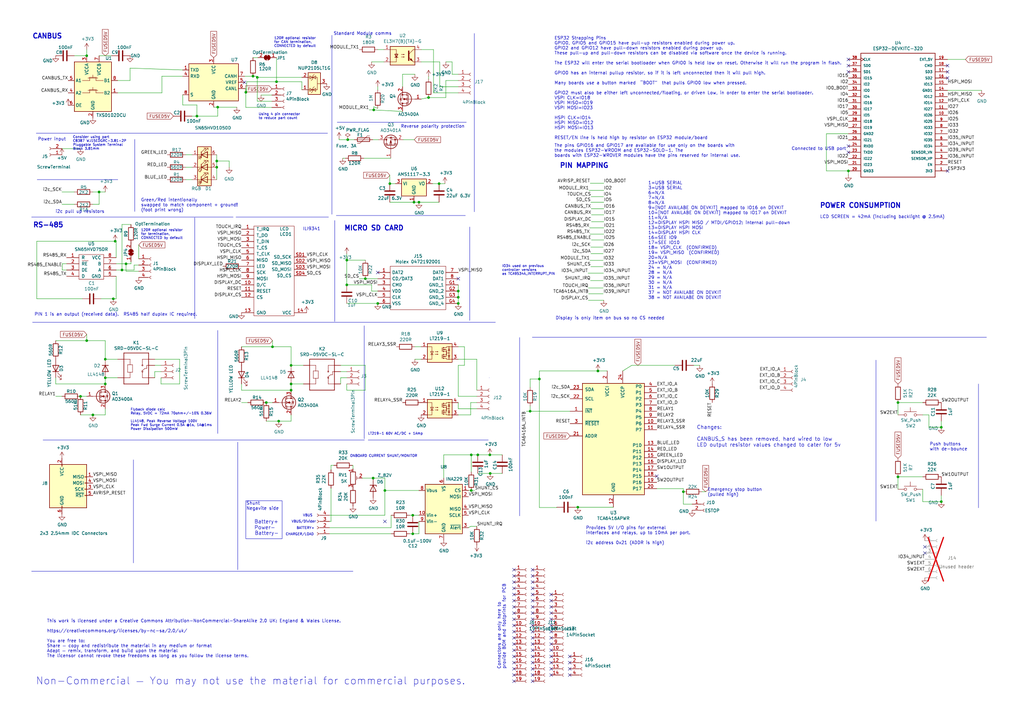
<source format=kicad_sch>
(kicad_sch (version 20230121) (generator eeschema)
  (paper "A3")
  (title_block (title "DIYBMS ESP32 CONTROLLER") (date "2024-01-31") (rev "4.61") (company "Stuart Pittaway"))
  (lib_symbols
    (symbol "0472192001:0472192001" (pin_names (offset 0.762))
      (property "Reference" "J" (at 29.21 7.62 0))
      (property "Value" "0472192001" (at 29.21 5.08 0))
      (symbol "0472192001_0_0"
        (pin passive line (at 0 0 0) (length 5.08) (name "DAT2") (number "1"))
        (pin passive line (at 0 -2.54 0) (length 5.08) (name "CD/DAT3") (number "2"))
        (pin passive line (at 0 -5.08 0) (length 5.08) (name "CMD") (number "3"))
        (pin passive line (at 0 -7.62 0) (length 5.08) (name "VDD") (number "4"))
        (pin passive line (at 0 -10.16 0) (length 5.08) (name "CLK") (number "5"))
        (pin passive line (at 0 -12.7 0) (length 5.08) (name "VSS") (number "6"))
        (pin passive line (at 33.02 0 180) (length 5.08) (name "DAT0") (number "7"))
        (pin passive line (at 33.02 -2.54 180) (length 5.08) (name "DAT1") (number "8"))
        (pin passive line (at 33.02 -5.08 180) (length 5.08) (name "GND_1") (number "G1"))
        (pin passive line (at 33.02 -7.62 180) (length 5.08) (name "GND_2") (number "G2"))
        (pin passive line (at 33.02 -10.16 180) (length 5.08) (name "GND_3") (number "G3"))
        (pin passive line (at 33.02 -12.7 180) (length 5.08) (name "GND_4") (number "G4"))
      )
    )
    (symbol "Connector:AVR-ISP-6" (pin_names (offset 1.016))
      (property "Reference" "J" (at -6.35 11.43 0))
      (property "Value" "AVR-ISP-6" (at 0 11.43 0))
      (symbol "AVR-ISP-6_1_1"
        (pin passive line (at 10.16 5.08 180) (length 2.54) (name "MISO") (number "1"))
        (pin passive line (at -2.54 12.7 270) (length 2.54) (name "VCC") (number "2"))
        (pin passive line (at 10.16 0 180) (length 2.54) (name "SCK") (number "3"))
        (pin passive line (at 10.16 2.54 180) (length 2.54) (name "MOSI") (number "4"))
        (pin passive line (at 10.16 -2.54 180) (length 2.54) (name "~{RST}") (number "5"))
        (pin passive line (at -2.54 -10.16 90) (length 2.54) (name "GND") (number "6"))
      )
    )
    (symbol "Connector:Conn_01x04_Socket" (pin_names (offset 1.016) hide)
      (property "Reference" "J" (at 0 5.08 0))
      (property "Value" "Conn_01x04_Socket" (at 0 -7.62 0))
      (symbol "Conn_01x04_Socket_1_1"
        (pin passive line (at -5.08 2.54 0) (length 3.81) (name "Pin_1") (number "1"))
        (pin passive line (at -5.08 0 0) (length 3.81) (name "Pin_2") (number "2"))
        (pin passive line (at -5.08 -2.54 0) (length 3.81) (name "Pin_3") (number "3"))
        (pin passive line (at -5.08 -5.08 0) (length 3.81) (name "Pin_4") (number "4"))
      )
    )
    (symbol "Connector:Conn_01x14_Socket" (pin_names (offset 1.016) hide)
      (property "Reference" "J" (at 0 17.78 0))
      (property "Value" "Conn_01x14_Socket" (at 0 -20.32 0))
      (symbol "Conn_01x14_Socket_1_1"
        (pin passive line (at -5.08 15.24 0) (length 3.81) (name "Pin_1") (number "1"))
        (pin passive line (at -5.08 -7.62 0) (length 3.81) (name "Pin_10") (number "10"))
        (pin passive line (at -5.08 -10.16 0) (length 3.81) (name "Pin_11") (number "11"))
        (pin passive line (at -5.08 -12.7 0) (length 3.81) (name "Pin_12") (number "12"))
        (pin passive line (at -5.08 -15.24 0) (length 3.81) (name "Pin_13") (number "13"))
        (pin passive line (at -5.08 -17.78 0) (length 3.81) (name "Pin_14") (number "14"))
        (pin passive line (at -5.08 12.7 0) (length 3.81) (name "Pin_2") (number "2"))
        (pin passive line (at -5.08 10.16 0) (length 3.81) (name "Pin_3") (number "3"))
        (pin passive line (at -5.08 7.62 0) (length 3.81) (name "Pin_4") (number "4"))
        (pin passive line (at -5.08 5.08 0) (length 3.81) (name "Pin_5") (number "5"))
        (pin passive line (at -5.08 2.54 0) (length 3.81) (name "Pin_6") (number "6"))
        (pin passive line (at -5.08 0 0) (length 3.81) (name "Pin_7") (number "7"))
        (pin passive line (at -5.08 -2.54 0) (length 3.81) (name "Pin_8") (number "8"))
        (pin passive line (at -5.08 -5.08 0) (length 3.81) (name "Pin_9") (number "9"))
      )
    )
    (symbol "Connector:Conn_01x19_Socket" (pin_names (offset 1.016) hide)
      (property "Reference" "J" (at 0 25.4 0))
      (property "Value" "Conn_01x19_Socket" (at 0 -25.4 0))
      (symbol "Conn_01x19_Socket_1_1"
        (pin passive line (at -5.08 22.86 0) (length 3.81) (name "Pin_1") (number "1"))
        (pin passive line (at -5.08 0 0) (length 3.81) (name "Pin_10") (number "10"))
        (pin passive line (at -5.08 -2.54 0) (length 3.81) (name "Pin_11") (number "11"))
        (pin passive line (at -5.08 -5.08 0) (length 3.81) (name "Pin_12") (number "12"))
        (pin passive line (at -5.08 -7.62 0) (length 3.81) (name "Pin_13") (number "13"))
        (pin passive line (at -5.08 -10.16 0) (length 3.81) (name "Pin_14") (number "14"))
        (pin passive line (at -5.08 -12.7 0) (length 3.81) (name "Pin_15") (number "15"))
        (pin passive line (at -5.08 -15.24 0) (length 3.81) (name "Pin_16") (number "16"))
        (pin passive line (at -5.08 -17.78 0) (length 3.81) (name "Pin_17") (number "17"))
        (pin passive line (at -5.08 -20.32 0) (length 3.81) (name "Pin_18") (number "18"))
        (pin passive line (at -5.08 -22.86 0) (length 3.81) (name "Pin_19") (number "19"))
        (pin passive line (at -5.08 20.32 0) (length 3.81) (name "Pin_2") (number "2"))
        (pin passive line (at -5.08 17.78 0) (length 3.81) (name "Pin_3") (number "3"))
        (pin passive line (at -5.08 15.24 0) (length 3.81) (name "Pin_4") (number "4"))
        (pin passive line (at -5.08 12.7 0) (length 3.81) (name "Pin_5") (number "5"))
        (pin passive line (at -5.08 10.16 0) (length 3.81) (name "Pin_6") (number "6"))
        (pin passive line (at -5.08 7.62 0) (length 3.81) (name "Pin_7") (number "7"))
        (pin passive line (at -5.08 5.08 0) (length 3.81) (name "Pin_8") (number "8"))
        (pin passive line (at -5.08 2.54 0) (length 3.81) (name "Pin_9") (number "9"))
      )
    )
    (symbol "ControllerCircuit-rescue:+3.3V-power" (power) (pin_names (offset 0))
      (property "Value" "+3.3V-power" (at 0 3.556 0))
      (symbol "+3.3V-power_1_1"
        (pin power_in line (at 0 0 90) (length 0) hide (name "+3V3") (number "1"))
      )
    )
    (symbol "ControllerCircuit-rescue:Conn_01x02_Female-Connector" (pin_names (offset 1.016) hide)
      (property "Reference" "J" (at 0 2.54 0))
      (property "Value" "Connector_Conn_01x02_Female" (at 0 -5.08 0))
      (symbol "Conn_01x02_Female-Connector_1_1"
        (pin passive line (at -5.08 0 0) (length 3.81) (name "Pin_1") (number "1"))
        (pin passive line (at -5.08 -2.54 0) (length 3.81) (name "Pin_2") (number "2"))
      )
    )
    (symbol "ControllerCircuit-rescue:Conn_01x03_Female-Connector" (pin_names (offset 1.016) hide)
      (property "Reference" "J" (at 0 5.08 0))
      (property "Value" "Connector_Conn_01x03_Female" (at 0 -5.08 0))
      (symbol "Conn_01x03_Female-Connector_1_1"
        (pin passive line (at -5.08 2.54 0) (length 3.81) (name "Pin_1") (number "1"))
        (pin passive line (at -5.08 0 0) (length 3.81) (name "Pin_2") (number "2"))
        (pin passive line (at -5.08 -2.54 0) (length 3.81) (name "Pin_3") (number "3"))
      )
    )
    (symbol "ControllerCircuit-rescue:Conn_01x04_Female-Connector" (pin_names (offset 1.016) hide)
      (property "Reference" "J" (at 0 5.08 0))
      (property "Value" "Connector_Conn_01x04_Female" (at 0 -7.62 0))
      (symbol "Conn_01x04_Female-Connector_1_1"
        (pin passive line (at -5.08 2.54 0) (length 3.81) (name "Pin_1") (number "1"))
        (pin passive line (at -5.08 0 0) (length 3.81) (name "Pin_2") (number "2"))
        (pin passive line (at -5.08 -2.54 0) (length 3.81) (name "Pin_3") (number "3"))
        (pin passive line (at -5.08 -5.08 0) (length 3.81) (name "Pin_4") (number "4"))
      )
    )
    (symbol "ControllerCircuit-rescue:Conn_01x07_Female-Connector" (pin_names (offset 1.016) hide)
      (property "Reference" "J" (at 0 10.16 0))
      (property "Value" "Connector_Conn_01x07_Female" (at 0 -10.16 0))
      (symbol "Conn_01x07_Female-Connector_1_1"
        (pin passive line (at -5.08 7.62 0) (length 3.81) (name "Pin_1") (number "1"))
        (pin passive line (at -5.08 5.08 0) (length 3.81) (name "Pin_2") (number "2"))
        (pin passive line (at -5.08 2.54 0) (length 3.81) (name "Pin_3") (number "3"))
        (pin passive line (at -5.08 0 0) (length 3.81) (name "Pin_4") (number "4"))
        (pin passive line (at -5.08 -2.54 0) (length 3.81) (name "Pin_5") (number "5"))
        (pin passive line (at -5.08 -5.08 0) (length 3.81) (name "Pin_6") (number "6"))
        (pin passive line (at -5.08 -7.62 0) (length 3.81) (name "Pin_7") (number "7"))
      )
    )
    (symbol "ControllerCircuit-rescue:ESP32-DEVKITC-32D-ControllerCircuit" (pin_names (offset 1.016))
      (property "Reference" "U" (at -15.2654 26.0604 0))
      (property "Value" "ESP32-DEVKITC-32D-ControllerCircuit" (at -15.2654 -27.9654 0))
      (symbol "ESP32-DEVKITC-32D-ControllerCircuit_0_0"
        (pin power_in line (at -20.32 22.86 0) (length 5.08) (name "3V3") (number "1"))
        (pin bidirectional line (at -20.32 0 0) (length 5.08) (name "IO26") (number "10"))
        (pin bidirectional line (at -20.32 -2.54 0) (length 5.08) (name "IO27") (number "11"))
        (pin bidirectional line (at -20.32 -5.08 0) (length 5.08) (name "IO14") (number "12"))
        (pin bidirectional line (at -20.32 -7.62 0) (length 5.08) (name "IO12") (number "13"))
        (pin power_in line (at -20.32 -10.16 0) (length 5.08) (name "GND1") (number "14"))
        (pin bidirectional line (at -20.32 -12.7 0) (length 5.08) (name "IO13") (number "15"))
        (pin bidirectional line (at -20.32 -15.24 0) (length 5.08) (name "SD2") (number "16"))
        (pin bidirectional line (at -20.32 -17.78 0) (length 5.08) (name "SD3") (number "17"))
        (pin bidirectional line (at -20.32 -20.32 0) (length 5.08) (name "CMD") (number "18"))
        (pin power_in line (at -20.32 -22.86 0) (length 5.08) (name "EXT_5V") (number "19"))
        (pin input line (at -20.32 20.32 0) (length 5.08) (name "EN") (number "2"))
        (pin power_in line (at 20.32 22.86 180) (length 5.08) (name "GND3") (number "20"))
        (pin bidirectional line (at 20.32 20.32 180) (length 5.08) (name "IO23") (number "21"))
        (pin bidirectional line (at 20.32 17.78 180) (length 5.08) (name "IO22") (number "22"))
        (pin output line (at 20.32 15.24 180) (length 5.08) (name "TXD0") (number "23"))
        (pin input line (at 20.32 12.7 180) (length 5.08) (name "RXD0") (number "24"))
        (pin bidirectional line (at 20.32 10.16 180) (length 5.08) (name "IO21") (number "25"))
        (pin power_in line (at 20.32 7.62 180) (length 5.08) (name "GND2") (number "26"))
        (pin bidirectional line (at 20.32 5.08 180) (length 5.08) (name "IO19") (number "27"))
        (pin bidirectional line (at 20.32 2.54 180) (length 5.08) (name "IO18") (number "28"))
        (pin bidirectional line (at 20.32 0 180) (length 5.08) (name "IO5") (number "29"))
        (pin input line (at -20.32 17.78 0) (length 5.08) (name "SENSOR_VP") (number "3"))
        (pin bidirectional line (at 20.32 -2.54 180) (length 5.08) (name "IO17") (number "30"))
        (pin bidirectional line (at 20.32 -5.08 180) (length 5.08) (name "IO16") (number "31"))
        (pin bidirectional line (at 20.32 -7.62 180) (length 5.08) (name "IO4") (number "32"))
        (pin bidirectional line (at 20.32 -10.16 180) (length 5.08) (name "IO0") (number "33"))
        (pin bidirectional line (at 20.32 -12.7 180) (length 5.08) (name "IO2") (number "34"))
        (pin bidirectional line (at 20.32 -15.24 180) (length 5.08) (name "IO15") (number "35"))
        (pin bidirectional line (at 20.32 -17.78 180) (length 5.08) (name "SD1") (number "36"))
        (pin bidirectional line (at 20.32 -20.32 180) (length 5.08) (name "SD0") (number "37"))
        (pin input clock (at 20.32 -22.86 180) (length 5.08) (name "CLK") (number "38"))
        (pin input line (at -20.32 15.24 0) (length 5.08) (name "SENSOR_VN") (number "4"))
        (pin bidirectional line (at -20.32 12.7 0) (length 5.08) (name "IO34") (number "5"))
        (pin bidirectional line (at -20.32 10.16 0) (length 5.08) (name "IO35") (number "6"))
        (pin bidirectional line (at -20.32 7.62 0) (length 5.08) (name "IO32") (number "7"))
        (pin bidirectional line (at -20.32 5.08 0) (length 5.08) (name "IO33") (number "8"))
        (pin bidirectional line (at -20.32 2.54 0) (length 5.08) (name "IO25") (number "9"))
      )
    )
    (symbol "ControllerCircuit-rescue:INA229-Q1-INA229-Q1"
      (property "Reference" "U" (at -6.35 11.43 0))
      (property "Value" "INA229-Q1-INA229-Q1" (at 3.81 11.43 0))
      (symbol "INA229-Q1-INA229-Q1_1_1"
        (pin input line (at 10.16 7.62 180) (length 2.54) (name "CS") (number "1"))
        (pin input line (at -10.16 -2.54 0) (length 2.54) (name "Vin+") (number "10"))
        (pin input line (at 10.16 5.08 180) (length 2.54) (name "MOSI") (number "2"))
        (pin open_collector line (at 10.16 -7.62 180) (length 2.54) (name "~{Alert}") (number "3"))
        (pin output line (at 10.16 0 180) (length 2.54) (name "MISO") (number "4"))
        (pin input line (at 10.16 -2.54 180) (length 2.54) (name "SCLK") (number "5"))
        (pin power_in line (at 0 12.7 270) (length 2.54) (name "VS") (number "6"))
        (pin power_in line (at 0 -12.7 90) (length 2.54) (name "GND") (number "7"))
        (pin input line (at -10.16 7.62 0) (length 2.54) (name "Vbus") (number "8"))
        (pin input line (at -10.16 -5.08 0) (length 2.54) (name "Vin-") (number "9"))
      )
    )
    (symbol "ControllerCircuit-rescue:LCD-ControllerCircuit" (pin_names (offset 1.016))
      (property "Reference" "LCD" (at 19.05 -30.48 0))
      (property "Value" "LCD-ControllerCircuit" (at 19.05 -27.94 0))
      (symbol "LCD-ControllerCircuit_1_1"
        (pin output line (at 0 -2.54 0) (length 5.08) (name "T_IRQ") (number "1"))
        (pin input line (at 0 -25.4 0) (length 5.08) (name "D/C") (number "10"))
        (pin input line (at 0 -27.94 0) (length 5.08) (name "RESET") (number "11"))
        (pin input line (at 0 -30.48 0) (length 5.08) (name "CS") (number "12"))
        (pin power_in line (at 0 -36.83 0) (length 5.08) (name "GND") (number "13"))
        (pin power_in line (at 26.67 -36.83 180) (length 5.08) (name "VCC") (number "14"))
        (pin output line (at 0 -5.08 0) (length 5.08) (name "T_DO") (number "2"))
        (pin input line (at 0 -7.62 0) (length 5.08) (name "T_DIN") (number "3"))
        (pin input line (at 0 -10.16 0) (length 5.08) (name "T_CS") (number "4"))
        (pin input line (at 0 -12.7 0) (length 5.08) (name "T_CLK") (number "5"))
        (pin output line (at 0 -15.24 0) (length 5.08) (name "MISO") (number "6"))
        (pin input line (at 0 -17.78 0) (length 5.08) (name "LED") (number "7"))
        (pin input line (at 0 -20.32 0) (length 5.08) (name "SCK") (number "8"))
        (pin input line (at 0 -22.86 0) (length 5.08) (name "MOSI") (number "9"))
        (pin input line (at 26.67 -13.97 180) (length 5.08) (name "SD_SCK") (number "SD1"))
        (pin output line (at 26.67 -16.51 180) (length 5.08) (name "SD_MISO") (number "SD2"))
        (pin input line (at 26.67 -19.05 180) (length 5.08) (name "SD_MOSI") (number "SD3"))
        (pin input line (at 26.67 -21.59 180) (length 5.08) (name "SD_CS") (number "SD4"))
      )
    )
    (symbol "ControllerCircuit-rescue:SN65HVD75DR-ControllerCircuit" (pin_names (offset 1.016))
      (property "Reference" "U" (at 0 0 0))
      (property "Value" "SN65HVD75DR-ControllerCircuit" (at 0 -1.27 0))
      (symbol "SN65HVD75DR-ControllerCircuit_1_1"
        (pin output line (at -7.62 -3.81 0) (length 5.08) (name "R") (number "1"))
        (pin input line (at -7.62 -6.35 0) (length 5.08) (name "RE") (number "2"))
        (pin input line (at -7.62 -8.89 0) (length 5.08) (name "DE") (number "3"))
        (pin input line (at -7.62 -11.43 0) (length 5.08) (name "D") (number "4"))
        (pin power_in line (at 12.7 -11.43 180) (length 5.08) (name "GND") (number "5"))
        (pin passive line (at 12.7 -8.89 180) (length 5.08) (name "A") (number "6"))
        (pin passive line (at 12.7 -6.35 180) (length 5.08) (name "B") (number "7"))
        (pin power_in line (at 12.7 -3.81 180) (length 5.08) (name "VCC") (number "8"))
      )
    )
    (symbol "ControllerCircuit-rescue:SRD-05VDC-SL-C-ControllerCircuit" (pin_numbers hide) (pin_names (offset 1.016) hide)
      (property "Reference" "K" (at -5.08 5.842 0))
      (property "Value" "SRD-05VDC-SL-C-ControllerCircuit" (at -5.08 -10.16 0))
      (symbol "SRD-05VDC-SL-C-ControllerCircuit_0_0"
        (pin passive line (at -7.62 2.54 0) (length 2.54) (name "~") (number "A1"))
        (pin passive line (at -7.62 -5.08 0) (length 2.54) (name "~") (number "A2"))
        (pin passive line (at 7.62 0 180) (length 2.54) (name "~") (number "COM"))
        (pin passive line (at 7.62 -5.08 180) (length 2.54) (name "~") (number "NC"))
        (pin passive line (at 7.62 2.54 180) (length 2.54) (name "~") (number "NO"))
      )
    )
    (symbol "ControllerCircuit:TCA6416APWR" (pin_names (offset 1.016))
      (property "Reference" "U" (at -11.43 24.13 0))
      (property "Value" "TCA6416APWR" (at -5.08 -7.62 0))
      (symbol "TCA6416APWR_0_0"
        (pin bidirectional line (at 17.78 -2.54 180) (length 5.08) (name "P10") (number "13"))
        (pin bidirectional line (at 17.78 -5.08 180) (length 5.08) (name "P11") (number "14"))
        (pin bidirectional line (at 17.78 -7.62 180) (length 5.08) (name "P12") (number "15"))
        (pin bidirectional line (at 17.78 -10.16 180) (length 5.08) (name "P13") (number "16"))
        (pin bidirectional line (at 17.78 -12.7 180) (length 5.08) (name "P14") (number "17"))
        (pin bidirectional line (at 17.78 -15.24 180) (length 5.08) (name "P15") (number "18"))
        (pin bidirectional line (at 17.78 -17.78 180) (length 5.08) (name "P16") (number "19"))
        (pin bidirectional line (at 17.78 -20.32 180) (length 5.08) (name "P17") (number "20"))
      )
      (symbol "TCA6416APWR_1_1"
        (pin output line (at -17.78 11.43 0) (length 5.08) (name "~{INT}") (number "1"))
        (pin bidirectional line (at 17.78 6.35 180) (length 5.08) (name "P6") (number "10"))
        (pin bidirectional line (at 17.78 3.81 180) (length 5.08) (name "P7") (number "11"))
        (pin power_in line (at 0 -27.94 90) (length 5.08) (name "GND") (number "12"))
        (pin power_in line (at -2.54 27.94 270) (length 5.08) (name "VCCI") (number "2"))
        (pin input line (at -17.78 1.27 0) (length 5.08) (name "ADDR") (number "21"))
        (pin input line (at -17.78 16.51 0) (length 5.08) (name "SCL") (number "22"))
        (pin bidirectional line (at -17.78 20.32 0) (length 5.08) (name "SDA") (number "23"))
        (pin power_in line (at 3.81 27.94 270) (length 5.08) (name "VCCP") (number "24"))
        (pin input line (at -17.78 6.35 0) (length 5.08) (name "~{RESET}") (number "3"))
        (pin bidirectional line (at 17.78 21.59 180) (length 5.08) (name "P0") (number "4"))
        (pin bidirectional line (at 17.78 19.05 180) (length 5.08) (name "P1") (number "5"))
        (pin bidirectional line (at 17.78 16.51 180) (length 5.08) (name "P2") (number "6"))
        (pin bidirectional line (at 17.78 13.97 180) (length 5.08) (name "P3") (number "7"))
        (pin bidirectional line (at 17.78 11.43 180) (length 5.08) (name "P4") (number "8"))
        (pin bidirectional line (at 17.78 8.89 180) (length 5.08) (name "P5") (number "9"))
      )
    )
    (symbol "Device:C" (pin_numbers hide) (pin_names (offset 0.254))
      (property "Reference" "C" (at 0.635 2.54 0))
      (property "Value" "C" (at 0.635 -2.54 0))
      (symbol "C_1_1"
        (pin passive line (at 0 3.81 270) (length 2.794) (name "~") (number "1"))
        (pin passive line (at 0 -3.81 90) (length 2.794) (name "~") (number "2"))
      )
    )
    (symbol "Device:D" (pin_numbers hide) (pin_names (offset 1.016) hide)
      (property "Reference" "D" (at 0 2.54 0))
      (property "Value" "D" (at 0 -2.54 0))
      (symbol "D_1_1"
        (pin passive line (at -3.81 0 0) (length 2.54) (name "K") (number "1"))
        (pin passive line (at 3.81 0 180) (length 2.54) (name "A") (number "2"))
      )
    )
    (symbol "Device:D_Zener" (pin_numbers hide) (pin_names (offset 1.016) hide)
      (property "Reference" "D" (at 0 2.54 0))
      (property "Value" "D_Zener" (at 0 -2.54 0))
      (symbol "D_Zener_1_1"
        (pin passive line (at -3.81 0 0) (length 2.54) (name "K") (number "1"))
        (pin passive line (at 3.81 0 180) (length 2.54) (name "A") (number "2"))
      )
    )
    (symbol "Device:LED" (pin_numbers hide) (pin_names (offset 1.016) hide)
      (property "Reference" "D" (at 0 2.54 0))
      (property "Value" "LED" (at 0 -2.54 0))
      (symbol "LED_1_1"
        (pin passive line (at -3.81 0 0) (length 2.54) (name "K") (number "1"))
        (pin passive line (at 3.81 0 180) (length 2.54) (name "A") (number "2"))
      )
    )
    (symbol "Device:LED_RGB" (pin_names (offset 0) hide)
      (property "Reference" "D" (at 0 9.398 0))
      (property "Value" "LED_RGB" (at 0 -8.89 0))
      (symbol "LED_RGB_0_0"
        (text "B" (at -1.905 -6.35 0) (effects (font (size 1.27 1.27))))
        (text "G" (at -1.905 -1.27 0) (effects (font (size 1.27 1.27))))
        (text "R" (at -1.905 3.81 0) (effects (font (size 1.27 1.27))))
      )
      (symbol "LED_RGB_1_1"
        (pin passive line (at -5.08 5.08 0) (length 2.54) (name "RK") (number "1"))
        (pin passive line (at -5.08 0 0) (length 2.54) (name "GK") (number "2"))
        (pin passive line (at -5.08 -5.08 0) (length 2.54) (name "BK") (number "3"))
        (pin passive line (at 5.08 -5.08 180) (length 2.54) (name "BA") (number "4"))
        (pin passive line (at 5.08 0 180) (length 2.54) (name "GA") (number "5"))
        (pin passive line (at 5.08 5.08 180) (length 2.54) (name "RA") (number "6"))
      )
    )
    (symbol "Device:Polyfuse" (pin_numbers hide) (pin_names (offset 0))
      (property "Reference" "F" (at -2.54 0 90))
      (property "Value" "Polyfuse" (at 2.54 0 90))
      (symbol "Polyfuse_1_1"
        (pin passive line (at 0 3.81 270) (length 1.27) (name "~") (number "1"))
        (pin passive line (at 0 -3.81 90) (length 1.27) (name "~") (number "2"))
      )
    )
    (symbol "Device:Q_NMOS_GSD" (pin_names (offset 0) hide)
      (property "Reference" "Q" (at 5.08 1.27 0))
      (property "Value" "Q_NMOS_GSD" (at 5.08 -1.27 0))
      (symbol "Q_NMOS_GSD_1_1"
        (pin input line (at -5.08 0 0) (length 2.54) (name "G") (number "1"))
        (pin passive line (at 2.54 -5.08 90) (length 2.54) (name "S") (number "2"))
        (pin passive line (at 2.54 5.08 270) (length 2.54) (name "D") (number "3"))
      )
    )
    (symbol "Device:R" (pin_numbers hide) (pin_names (offset 0))
      (property "Reference" "R" (at 2.032 0 90))
      (property "Value" "R" (at 0 0 90))
      (symbol "R_1_1"
        (pin passive line (at 0 3.81 270) (length 1.27) (name "~") (number "1"))
        (pin passive line (at 0 -3.81 90) (length 1.27) (name "~") (number "2"))
      )
    )
    (symbol "Device:R_Potentiometer_Trim" (pin_names (offset 1.016) hide)
      (property "Reference" "RV" (at -4.445 0 90))
      (property "Value" "R_Potentiometer_Trim" (at -2.54 0 90))
      (symbol "R_Potentiometer_Trim_1_1"
        (pin passive line (at 0 3.81 270) (length 1.27) (name "1") (number "1"))
        (pin passive line (at 3.81 0 180) (length 1.27) (name "2") (number "2"))
        (pin passive line (at 0 -3.81 90) (length 1.27) (name "3") (number "3"))
      )
    )
    (symbol "Interface_CAN_LIN:SN65HVD1050D"
      (property "Reference" "U" (at -8.89 8.89 0))
      (property "Value" "SN65HVD1050D" (at 1.27 8.89 0))
      (symbol "SN65HVD1050D_1_1"
        (pin input line (at -12.7 5.08 0) (length 2.54) (name "TXD") (number "1"))
        (pin power_in line (at 0 -10.16 90) (length 2.54) (name "GND") (number "2"))
        (pin power_in line (at 0 10.16 270) (length 2.54) (name "VCC") (number "3"))
        (pin output line (at -12.7 2.54 0) (length 2.54) (name "RXD") (number "4"))
        (pin passive line (at 12.7 0 180) (length 2.54) (name "VREF") (number "5"))
        (pin bidirectional line (at 12.7 -2.54 180) (length 2.54) (name "CANL") (number "6"))
        (pin bidirectional line (at 12.7 2.54 180) (length 2.54) (name "CANH") (number "7"))
        (pin input line (at -12.7 -5.08 0) (length 2.54) (name "S") (number "8"))
      )
    )
    (symbol "Isolator:PC817" (pin_names (offset 1.016))
      (property "Reference" "U" (at -5.08 5.08 0))
      (property "Value" "PC817" (at 0 5.08 0))
      (symbol "PC817_1_1"
        (pin passive line (at -7.62 2.54 0) (length 2.54) (name "~") (number "1"))
        (pin passive line (at -7.62 -2.54 0) (length 2.54) (name "~") (number "2"))
        (pin passive line (at 7.62 -2.54 180) (length 2.54) (name "~") (number "3"))
        (pin passive line (at 7.62 2.54 180) (length 2.54) (name "~") (number "4"))
      )
    )
    (symbol "Jumper:SolderJumper_2_Bridged" (pin_names (offset 0) hide)
      (property "Reference" "JP" (at 0 2.032 0))
      (property "Value" "SolderJumper_2_Bridged" (at 0 -2.54 0))
      (symbol "SolderJumper_2_Bridged_1_1"
        (pin passive line (at -3.81 0 0) (length 2.54) (name "A") (number "1"))
        (pin passive line (at 3.81 0 180) (length 2.54) (name "B") (number "2"))
      )
    )
    (symbol "Logic_LevelTranslator:TXS0102DCU"
      (property "Reference" "U" (at -6.35 11.43 0))
      (property "Value" "TXS0102DCU" (at 3.81 11.43 0))
      (symbol "TXS0102DCU_1_1"
        (pin bidirectional line (at 10.16 -2.54 180) (length 2.54) (name "B2") (number "1"))
        (pin power_in line (at 0 -12.7 90) (length 2.54) (name "GND") (number "2"))
        (pin power_in line (at -2.54 12.7 270) (length 2.54) (name "VCCA") (number "3"))
        (pin bidirectional line (at -10.16 -2.54 0) (length 2.54) (name "A2") (number "4"))
        (pin bidirectional line (at -10.16 2.54 0) (length 2.54) (name "A1") (number "5"))
        (pin input line (at -10.16 -7.62 0) (length 2.54) (name "OE") (number "6"))
        (pin power_in line (at 2.54 12.7 270) (length 2.54) (name "VCCB") (number "7"))
        (pin bidirectional line (at 10.16 2.54 180) (length 2.54) (name "B1") (number "8"))
      )
    )
    (symbol "Power_Protection:NUP2105L" (pin_names hide)
      (property "Reference" "D" (at 5.715 2.54 0))
      (property "Value" "NUP2105L" (at 5.715 0.635 0))
      (symbol "NUP2105L_0_0"
        (pin passive line (at 0 -5.08 90) (length 2.54) (name "A") (number "3"))
      )
      (symbol "NUP2105L_1_1"
        (pin passive line (at -2.54 5.08 270) (length 2.54) (name "K") (number "1"))
        (pin passive line (at 2.54 5.08 270) (length 2.54) (name "K") (number "2"))
      )
    )
    (symbol "Regulator_Linear:AMS1117-3.3"
      (property "Reference" "U" (at -3.81 3.175 0))
      (property "Value" "AMS1117-3.3" (at 0 3.175 0))
      (symbol "AMS1117-3.3_1_1"
        (pin power_in line (at 0 -7.62 90) (length 2.54) (name "GND") (number "1"))
        (pin power_out line (at 7.62 0 180) (length 2.54) (name "VO") (number "2"))
        (pin power_in line (at -7.62 0 0) (length 2.54) (name "VI") (number "3"))
      )
    )
    (symbol "Relay_SolidState:ASSR-1218"
      (property "Reference" "U" (at -5.08 5.08 0))
      (property "Value" "ASSR-1218" (at 0 5.08 0))
      (symbol "ASSR-1218_1_1"
        (pin passive line (at -7.62 2.54 0) (length 2.54) (name "~") (number "1"))
        (pin passive line (at -7.62 -2.54 0) (length 2.54) (name "~") (number "2"))
        (pin passive line (at 7.62 -2.54 180) (length 2.54) (name "~") (number "3"))
        (pin passive line (at 7.62 2.54 180) (length 2.54) (name "~") (number "4"))
      )
    )
    (symbol "Switch:SW_Push" (pin_numbers hide) (pin_names (offset 1.016) hide)
      (property "Reference" "SW" (at 1.27 2.54 0))
      (property "Value" "SW_Push" (at 0 -1.524 0))
      (symbol "SW_Push_0_1"
        (pin passive line (at -5.08 0 0) (length 2.54) (name "1") (number "1"))
        (pin passive line (at 5.08 0 180) (length 2.54) (name "2") (number "2"))
      )
    )
    (symbol "Transistor_FET:AO3400A" (pin_names hide)
      (property "Reference" "Q" (at 5.08 1.905 0))
      (property "Value" "AO3400A" (at 5.08 0 0))
      (symbol "AO3400A_1_1"
        (pin input line (at -5.08 0 0) (length 2.54) (name "G") (number "1"))
        (pin passive line (at 2.54 -5.08 90) (length 2.54) (name "S") (number "2"))
        (pin passive line (at 2.54 5.08 270) (length 2.54) (name "D") (number "3"))
      )
    )
    (symbol "Transistor_FET:AO3401A" (pin_names hide)
      (property "Reference" "Q" (at 5.08 1.905 0))
      (property "Value" "AO3401A" (at 5.08 0 0))
      (symbol "AO3401A_1_1"
        (pin input line (at -5.08 0 0) (length 2.54) (name "G") (number "1"))
        (pin passive line (at 2.54 -5.08 90) (length 2.54) (name "S") (number "2"))
        (pin passive line (at 2.54 5.08 270) (length 2.54) (name "D") (number "3"))
      )
    )
    (symbol "power:+3V3" (power) (pin_names (offset 0))
      (property "Value" "+3V3" (at 0 3.556 0))
      (symbol "+3V3_1_1"
        (pin power_in line (at 0 0 90) (length 0) hide (name "+3V3") (number "1"))
      )
    )
    (symbol "power:+5V" (power) (pin_names (offset 0))
      (property "Value" "+5V" (at 0 3.556 0))
      (symbol "+5V_1_1"
        (pin power_in line (at 0 0 90) (length 0) hide (name "+5V") (number "1"))
      )
    )
    (symbol "power:GND" (power) (pin_names (offset 0))
      (property "Value" "GND" (at 0 -3.81 0))
      (symbol "GND_1_1"
        (pin power_in line (at 0 0 270) (length 0) hide (name "GND") (number "1"))
      )
    )
    (symbol "power:PWR_FLAG" (power) (pin_numbers hide) (pin_names (offset 0) hide)
      (property "Value" "PWR_FLAG" (at 0 3.81 0))
      (symbol "PWR_FLAG_0_0"
        (pin power_out line (at 0 0 90) (length 0) (name "pwr") (number "1"))
      )
    )
  )
  (junction (at 171.831 82.931))
  (junction (at 157.861 201.168))
  (junction (at 109.22 165.1))
  (junction (at 43.18 157.48))
  (junction (at 119.38 157.48))
  (junction (at 245.237 152.146))
  (junction (at 200.914 186.563))
  (junction (at 154.94 124.46))
  (junction (at 280.289 201.676))
  (junction (at 35.56 139.7))
  (junction (at 195.961 186.563))
  (junction (at 43.18 147.32))
  (junction (at 169.291 211.328))
  (junction (at 114.3 172.72))
  (junction (at 46.482 122.555))
  (junction (at 153.289 45.085))
  (junction (at 142.24 116.84))
  (junction (at 368.3 195.58))
  (junction (at 51.689 108.204))
  (junction (at 180.086 75.311))
  (junction (at 193.294 186.563))
  (junction (at 88.9 66.04))
  (junction (at 149.86 114.3))
  (junction (at 187.96 119.38))
  (junction (at 119.38 160.02))
  (junction (at 159.893 75.311))
  (junction (at 33.02 162.56))
  (junction (at 175.768 40.005))
  (junction (at 368.3 165.1))
  (junction (at 43.18 154.94))
  (junction (at 217.424 168.656))
  (junction (at 103.759 31.242))
  (junction (at 201.041 194.183))
  (junction (at 142.621 57.277))
  (junction (at 35.56 22.86))
  (junction (at 386.08 205.74))
  (junction (at 105.537 31.75))
  (junction (at 386.08 175.26))
  (junction (at 169.799 82.931))
  (junction (at 50.038 110.744))
  (junction (at 193.294 201.168))
  (junction (at 187.96 121.92))
  (junction (at 113.411 33.528))
  (junction (at 40.64 78.74))
  (junction (at 221.234 155.448))
  (junction (at 80.772 47.625))
  (junction (at 347.98 70.104))
  (junction (at 47.244 98.933))
  (junction (at 88.9 68.58))
  (junction (at 38.1 170.18))
  (junction (at 119.38 149.86))
  (junction (at 187.96 124.46))
  (junction (at 169.291 218.948))
  (junction (at 111.76 142.24))
  (junction (at 100.838 37.846))
  (junction (at 153.035 196.088))
  (junction (at 142.24 106.68))
  (junction (at 89.281 43.942))
  (junction (at 236.982 208.026))
  (no_connect (at 233.68 276.86))
  (no_connect (at 210.82 233.68))
  (no_connect (at 218.44 276.86))
  (no_connect (at 210.82 266.7))
  (no_connect (at 226.06 261.62))
  (no_connect (at 210.82 274.32))
  (no_connect (at 218.44 264.16))
  (no_connect (at 233.68 274.32))
  (no_connect (at 210.82 264.16))
  (no_connect (at 210.82 243.84))
  (no_connect (at 218.44 254))
  (no_connect (at 218.44 246.38))
  (no_connect (at 269.367 195.326))
  (no_connect (at 210.82 276.86))
  (no_connect (at 210.82 279.4))
  (no_connect (at 218.44 238.76))
  (no_connect (at 226.06 256.54))
  (no_connect (at 226.06 248.92))
  (no_connect (at 218.44 274.32))
  (no_connect (at 157.861 213.868))
  (no_connect (at 226.06 264.16))
  (no_connect (at 210.82 271.78))
  (no_connect (at 218.44 266.7))
  (no_connect (at 388.62 70.104))
  (no_connect (at 218.44 248.92))
  (no_connect (at 210.82 251.46))
  (no_connect (at 226.06 251.46))
  (no_connect (at 226.06 259.08))
  (no_connect (at 226.06 274.32))
  (no_connect (at 187.96 114.3))
  (no_connect (at 388.62 32.004))
  (no_connect (at 154.94 111.76))
  (no_connect (at 210.82 248.92))
  (no_connect (at 218.44 271.78))
  (no_connect (at 379.349 226.822))
  (no_connect (at 226.06 266.7))
  (no_connect (at 388.62 29.464))
  (no_connect (at 218.44 241.3))
  (no_connect (at 226.06 246.38))
  (no_connect (at 379.349 224.282))
  (no_connect (at 218.44 251.46))
  (no_connect (at 347.98 26.924))
  (no_connect (at 226.06 271.78))
  (no_connect (at 388.62 26.924))
  (no_connect (at 210.82 238.76))
  (no_connect (at 347.98 24.384))
  (no_connect (at 233.68 269.24))
  (no_connect (at 218.44 256.54))
  (no_connect (at 347.98 62.484))
  (no_connect (at 100.33 33.782))
  (no_connect (at 347.98 59.944))
  (no_connect (at 210.82 241.3))
  (no_connect (at 218.44 269.24))
  (no_connect (at 210.82 261.62))
  (no_connect (at 218.44 243.84))
  (no_connect (at 210.82 236.22))
  (no_connect (at 226.06 243.84))
  (no_connect (at 347.98 29.464))
  (no_connect (at 210.82 269.24))
  (no_connect (at 226.06 254))
  (no_connect (at 226.06 269.24))
  (no_connect (at 218.44 261.62))
  (no_connect (at 226.06 276.86))
  (no_connect (at 233.68 271.78))
  (no_connect (at 218.44 236.22))
  (no_connect (at 218.44 233.68))
  (no_connect (at 210.82 254))
  (no_connect (at 218.44 279.4))
  (no_connect (at 218.44 259.08))
  (no_connect (at 210.82 246.38))
  (no_connect (at 210.82 259.08))
  (no_connect (at 210.82 256.54))
  (wire (pts (xy 46.482 122.555) (xy 41.402 122.555)))
  (wire (pts (xy 51.689 108.204) (xy 53.721 108.204)))
  (wire (pts (xy 56.896 106.172) (xy 56.896 100.457)))
  (wire (pts (xy 187.96 38.1) (xy 177.8 38.1)))
  (wire (pts (xy 165.1 30.48) (xy 165.1 35.56)))
  (wire (pts (xy 195.58 165.1) (xy 193.04 165.1)))
  (wire (pts (xy 153.035 196.088) (xy 157.861 196.088)))
  (wire (pts (xy 221.234 155.448) (xy 221.234 152.146)))
  (wire (pts (xy 378.46 205.74) (xy 386.08 205.74)))
  (wire (pts (xy 76.2 63.5) (xy 78.74 63.5)))
  (wire (pts (xy 185.42 30.48) (xy 187.96 30.48)))
  (wire (pts (xy 142.24 104.14) (xy 142.24 106.68)))
  (wire (pts (xy 100.838 44.069) (xy 111.506 44.069)))
  (polyline (pts (xy 200.66 154.94) (xy 200.66 154.94)))
  (wire (pts (xy 201.041 194.183) (xy 205.994 194.183)))
  (wire (pts (xy 25.4 60.96) (xy 33.02 60.96)))
  (wire (pts (xy 142.24 106.68) (xy 142.24 116.84)))
  (wire (pts (xy 54.991 108.712) (xy 56.896 108.712)))
  (wire (pts (xy 368.3 195.58) (xy 378.46 195.58)))
  (wire (pts (xy 100.838 36.322) (xy 100.838 37.846)))
  (wire (pts (xy 43.18 139.7) (xy 43.18 147.32)))
  (wire (pts (xy 368.3 170.18) (xy 368.3 165.1)))
  (wire (pts (xy 103.759 23.622) (xy 105.791 23.622)))
  (wire (pts (xy 177.8 20.32) (xy 172.72 20.32)))
  (wire (pts (xy 242.57 88.138) (xy 247.65 88.138)))
  (wire (pts (xy 135.128 218.948) (xy 160.401 218.948)))
  (wire (pts (xy 142.24 160.02) (xy 142.24 157.48)))
  (wire (pts (xy 135.763 190.881) (xy 135.763 192.659)))
  (wire (pts (xy 22.86 139.7) (xy 35.56 139.7)))
  (wire (pts (xy 139.7 157.48) (xy 139.7 154.94)))
  (polyline (pts (xy 14.859 54.61) (xy 134.366 54.61)))
  (polyline (pts (xy 149.352 133.604) (xy 149.352 179.959)))
  (wire (pts (xy 241.935 96.012) (xy 247.65 96.012)))
  (wire (pts (xy 280.289 206.756) (xy 283.845 206.756)))
  (wire (pts (xy 40.64 78.74) (xy 43.18 78.74)))
  (wire (pts (xy 105.537 31.75) (xy 105.537 41.529)))
  (wire (pts (xy 103.759 31.242) (xy 105.537 31.242)))
  (wire (pts (xy 149.86 149.86) (xy 149.86 160.02)))
  (wire (pts (xy 38.1 170.18) (xy 43.18 170.18)))
  (wire (pts (xy 30.48 22.86) (xy 35.56 22.86)))
  (polyline (pts (xy 12.954 89.027) (xy 95.631 89.027)))
  (wire (pts (xy 233.807 168.656) (xy 217.424 168.656)))
  (wire (pts (xy 101.219 37.846) (xy 101.219 33.528)))
  (wire (pts (xy 153.289 43.815) (xy 153.289 45.085)))
  (wire (pts (xy 247.523 112.014) (xy 241.173 112.014)))
  (wire (pts (xy 101.219 33.528) (xy 113.411 33.528)))
  (wire (pts (xy 63.5 154.94) (xy 63.5 152.4)))
  (wire (pts (xy 171.831 211.328) (xy 169.291 211.328)))
  (wire (pts (xy 242.316 104.013) (xy 247.396 104.013)))
  (wire (pts (xy 27.305 108.204) (xy 25.527 108.204)))
  (wire (pts (xy 228.346 208.026) (xy 228.346 208.153)))
  (wire (pts (xy 99.06 157.48) (xy 99.06 160.02)))
  (wire (pts (xy 247.396 118.11) (xy 241.3 118.11)))
  (wire (pts (xy 88.9 66.04) (xy 88.9 68.58)))
  (wire (pts (xy 171.831 213.868) (xy 171.831 218.948)))
  (wire (pts (xy 242.316 109.347) (xy 247.396 109.347)))
  (wire (pts (xy 182.88 25.4) (xy 185.42 25.4)))
  (wire (pts (xy 259.08 149.86) (xy 255.397 152.146)))
  (wire (pts (xy 151.384 45.085) (xy 153.289 45.085)))
  (wire (pts (xy 193.04 170.18) (xy 187.96 170.18)))
  (wire (pts (xy 140.589 64.897) (xy 141.605 64.897)))
  (wire (pts (xy 187.96 165.1) (xy 187.96 167.64)))
  (wire (pts (xy 157.861 196.088) (xy 157.861 201.168)))
  (polyline (pts (xy 89.281 177.8) (xy 89.281 135.509)))
  (wire (pts (xy 182.88 33.02) (xy 182.88 40.005)))
  (wire (pts (xy 388.62 24.384) (xy 395.986 24.384)))
  (wire (pts (xy 111.76 142.24) (xy 119.38 142.24)))
  (wire (pts (xy 169.291 218.948) (xy 168.021 218.948)))
  (wire (pts (xy 241.3 123.19) (xy 247.65 123.19)))
  (polyline (pts (xy 15.24 73.66) (xy 48.26 73.66)))
  (wire (pts (xy 25.527 108.204) (xy 25.527 110.744)))
  (wire (pts (xy 80.772 43.053) (xy 80.772 47.625)))
  (wire (pts (xy 119.38 170.18) (xy 119.38 172.72)))
  (wire (pts (xy 74.93 43.053) (xy 80.772 43.053)))
  (wire (pts (xy 22.86 162.56) (xy 25.4 162.56)))
  (wire (pts (xy 169.291 211.328) (xy 168.021 211.328)))
  (wire (pts (xy 169.799 82.931) (xy 171.831 82.931)))
  (wire (pts (xy 47.625 105.664) (xy 47.625 98.933)))
  (wire (pts (xy 139.7 152.4) (xy 142.24 152.4)))
  (polyline (pts (xy 136.144 14.478) (xy 136.144 87.884)))
  (wire (pts (xy 53.721 107.315) (xy 53.721 108.204)))
  (wire (pts (xy 242.443 85.598) (xy 247.65 85.598)))
  (wire (pts (xy 123.825 33.528) (xy 113.411 33.528)))
  (wire (pts (xy 152.908 57.277) (xy 155.194 57.277)))
  (polyline (pts (xy 218.313 138.303) (xy 404.622 138.303)))
  (wire (pts (xy 217.424 155.448) (xy 221.234 155.448)))
  (wire (pts (xy 187.96 149.86) (xy 190.5 149.86)))
  (wire (pts (xy 242.316 82.931) (xy 247.65 82.931)))
  (wire (pts (xy 381 175.26) (xy 386.08 175.26)))
  (wire (pts (xy 66.421 31.242) (xy 74.93 31.242)))
  (wire (pts (xy 111.76 139.7) (xy 111.76 142.24)))
  (wire (pts (xy 187.96 142.24) (xy 190.5 142.24)))
  (wire (pts (xy 100.838 37.846) (xy 101.219 37.846)))
  (wire (pts (xy 165.1 45.72) (xy 153.289 45.085)))
  (wire (pts (xy 149.86 106.68) (xy 142.24 106.68)))
  (wire (pts (xy 113.411 23.622) (xy 113.411 33.528)))
  (wire (pts (xy 22.86 157.48) (xy 43.18 157.48)))
  (wire (pts (xy 195.58 147.32) (xy 195.58 160.02)))
  (wire (pts (xy 139.7 154.94) (xy 142.24 154.94)))
  (wire (pts (xy 89.281 47.625) (xy 80.772 47.625)))
  (wire (pts (xy 187.96 119.38) (xy 187.96 116.84)))
  (wire (pts (xy 195.961 194.183) (xy 201.041 194.183)))
  (polyline (pts (xy 359.283 213.741) (xy 359.283 147.701)))
  (wire (pts (xy 170.18 147.32) (xy 172.72 147.32)))
  (wire (pts (xy 187.96 121.92) (xy 187.96 119.38)))
  (wire (pts (xy 338.963 54.864) (xy 347.98 54.864)))
  (wire (pts (xy 269.367 200.406) (xy 280.289 200.406)))
  (wire (pts (xy 25.4 83.82) (xy 30.48 83.82)))
  (polyline (pts (xy 194.564 86.868) (xy 194.564 13.716)))
  (wire (pts (xy 386.08 203.2) (xy 386.08 205.74)))
  (wire (pts (xy 100.33 31.242) (xy 103.759 31.242)))
  (polyline (pts (xy 17.653 180.467) (xy 149.479 180.467)))
  (wire (pts (xy 338.963 70.104) (xy 338.963 54.864)))
  (wire (pts (xy 91.44 109.22) (xy 91.948 109.22)))
  (wire (pts (xy 187.96 167.64) (xy 195.58 167.64)))
  (wire (pts (xy 56.896 111.252) (xy 51.689 111.252)))
  (wire (pts (xy 142.621 57.277) (xy 145.288 57.277)))
  (wire (pts (xy 347.98 70.104) (xy 338.963 70.104)))
  (wire (pts (xy 99.06 142.24) (xy 111.76 142.24)))
  (wire (pts (xy 200.914 186.563) (xy 205.994 186.563)))
  (wire (pts (xy 241.427 120.523) (xy 247.396 120.523)))
  (wire (pts (xy 33.02 162.56) (xy 35.56 162.56)))
  (wire (pts (xy 73.66 147.32) (xy 63.5 147.32)))
  (wire (pts (xy 193.04 215.9) (xy 192.151 216.408)))
  (wire (pts (xy 193.294 186.563) (xy 195.961 186.563)))
  (wire (pts (xy 88.9 63.5) (xy 88.9 66.04)))
  (wire (pts (xy 154.94 20.32) (xy 157.48 20.32)))
  (wire (pts (xy 15.113 122.555) (xy 33.782 122.555)))
  (wire (pts (xy 171.831 82.931) (xy 180.086 82.931)))
  (wire (pts (xy 195.961 186.563) (xy 200.914 186.563)))
  (wire (pts (xy 159.893 75.311) (xy 159.893 71.882)))
  (wire (pts (xy 195.58 147.32) (xy 187.96 147.32)))
  (wire (pts (xy 217.424 158.877) (xy 217.424 155.448)))
  (wire (pts (xy 241.808 93.472) (xy 247.65 93.472)))
  (wire (pts (xy 193.04 215.9) (xy 195.58 215.9)))
  (wire (pts (xy 50.038 92.075) (xy 53.721 92.075)))
  (polyline (pts (xy 55.245 57.15) (xy 55.245 86.741)))
  (wire (pts (xy 160.401 216.408) (xy 160.401 211.328)))
  (wire (pts (xy 88.9 68.58) (xy 88.9 73.66)))
  (wire (pts (xy 242.316 101.346) (xy 247.396 101.346)))
  (wire (pts (xy 152.4 116.84) (xy 142.24 116.84)))
  (polyline (pts (xy 48.26 73.66) (xy 48.26 73.66)))
  (wire (pts (xy 89.281 43.942) (xy 97.155 43.942)))
  (wire (pts (xy 251.587 208.026) (xy 236.982 208.026)))
  (wire (pts (xy 165.354 57.277) (xy 169.926 57.277)))
  (polyline (pts (xy 151.003 180.467) (xy 200.279 180.467)))
  (polyline (pts (xy 137.922 88.392) (xy 190.881 88.392)))
  (wire (pts (xy 40.64 83.82) (xy 38.1 83.82)))
  (wire (pts (xy 99.06 160.02) (xy 119.38 160.02)))
  (wire (pts (xy 195.58 162.56) (xy 187.96 162.56)))
  (wire (pts (xy 88.9 66.04) (xy 93.98 66.04)))
  (wire (pts (xy 280.289 200.406) (xy 280.289 201.676)))
  (wire (pts (xy 124.46 157.48) (xy 119.38 157.48)))
  (wire (pts (xy 378.46 170.18) (xy 381 170.18)))
  (wire (pts (xy 187.96 124.46) (xy 187.96 121.92)))
  (wire (pts (xy 25.527 110.744) (xy 27.305 110.744)))
  (wire (pts (xy 148.59 196.088) (xy 153.035 196.088)))
  (wire (pts (xy 149.225 64.897) (xy 160.274 64.897)))
  (wire (pts (xy 144.526 190.881) (xy 144.78 190.881)))
  (wire (pts (xy 149.86 160.02) (xy 142.24 160.02)))
  (wire (pts (xy 187.96 149.86) (xy 187.96 162.56)))
  (wire (pts (xy 388.62 37.084) (xy 402.59 37.084)))
  (wire (pts (xy 170.18 142.24) (xy 172.72 142.24)))
  (wire (pts (xy 53.34 33.02) (xy 48.26 33.02)))
  (wire (pts (xy 242.062 75.184) (xy 247.65 75.184)))
  (wire (pts (xy 180.34 35.56) (xy 187.96 35.56)))
  (wire (pts (xy 123.825 36.83) (xy 123.825 33.528)))
  (wire (pts (xy 192.151 201.168) (xy 193.294 201.168)))
  (wire (pts (xy 47.625 108.204) (xy 51.689 108.204)))
  (wire (pts (xy 181.991 196.088) (xy 181.991 186.563)))
  (wire (pts (xy 73.66 157.48) (xy 73.66 147.32)))
  (wire (pts (xy 139.065 56.896) (xy 139.065 57.277)))
  (wire (pts (xy 142.24 124.46) (xy 154.94 124.46)))
  (wire (pts (xy 119.38 160.02) (xy 119.38 157.48)))
  (wire (pts (xy 40.64 22.86) (xy 45.72 22.86)))
  (wire (pts (xy 47.625 113.284) (xy 47.625 122.555)))
  (wire (pts (xy 50.038 110.744) (xy 54.991 110.744)))
  (wire (pts (xy 241.935 106.807) (xy 247.396 106.807)))
  (wire (pts (xy 175.768 31.369) (xy 175.768 32.385)))
  (wire (pts (xy 152.4 119.38) (xy 152.4 116.84)))
  (wire (pts (xy 35.56 137.16) (xy 35.56 139.7)))
  (wire (pts (xy 105.537 31.242) (xy 105.537 31.75)))
  (wire (pts (xy 187.96 33.02) (xy 182.88 33.02)))
  (wire (pts (xy 242.57 90.932) (xy 247.65 90.932)))
  (wire (pts (xy 144.78 190.881) (xy 144.78 192.278)))
  (wire (pts (xy 107.061 38.989) (xy 111.506 38.989)))
  (wire (pts (xy 157.861 211.328) (xy 157.861 201.168)))
  (wire (pts (xy 139.065 57.277) (xy 142.621 57.277)))
  (wire (pts (xy 180.086 75.311) (xy 182.499 75.311)))
  (wire (pts (xy 154.94 36.83) (xy 154.94 35.56)))
  (wire (pts (xy 284.48 149.86) (xy 287.02 149.86)))
  (wire (pts (xy 43.18 157.48) (xy 43.18 154.94)))
  (polyline (pts (xy 401.32 157.48) (xy 401.32 208.28)))
  (wire (pts (xy 153.035 196.088) (xy 153.035 196.469)))
  (wire (pts (xy 15.113 98.933) (xy 15.113 122.555)))
  (wire (pts (xy 159.893 82.931) (xy 169.799 82.931)))
  (wire (pts (xy 30.48 78.74) (xy 25.4 78.74)))
  (wire (pts (xy 35.56 22.86) (xy 35.56 20.32)))
  (wire (pts (xy 217.424 168.656) (xy 217.424 166.497)))
  (wire (pts (xy 66.421 38.1) (xy 66.421 31.242)))
  (polyline (pts (xy 13.335 132.207) (xy 203.2 132.207)))
  (polyline (pts (xy 192.659 131.445) (xy 192.659 93.091)))
  (wire (pts (xy 378.46 200.66) (xy 378.46 205.74)))
  (wire (pts (xy 63.5 149.86) (xy 66.04 149.86)))
  (wire (pts (xy 76.2 68.58) (xy 78.74 68.58)))
  (wire (pts (xy 22.86 154.94) (xy 22.86 157.48)))
  (wire (pts (xy 47.244 98.933) (xy 15.113 98.933)))
  (wire (pts (xy 287.909 201.676) (xy 289.433 201.676)))
  (wire (pts (xy 109.22 172.72) (xy 114.3 172.72)))
  (wire (pts (xy 135.763 213.868) (xy 135.128 213.868)))
  (wire (pts (xy 87.63 43.942) (xy 89.281 43.942)))
  (wire (pts (xy 74.93 38.862) (xy 74.93 43.053)))
  (wire (pts (xy 259.08 149.86) (xy 276.86 149.86)))
  (wire (pts (xy 47.625 122.555) (xy 46.482 122.555)))
  (wire (pts (xy 54.991 110.744) (xy 54.991 108.712)))
  (wire (pts (xy 193.294 201.168) (xy 194.691 201.168)))
  (wire (pts (xy 228.346 208.153) (xy 221.234 208.153)))
  (wire (pts (xy 47.625 98.933) (xy 47.244 98.933)))
  (wire (pts (xy 242.57 98.425) (xy 247.65 98.425)))
  (wire (pts (xy 171.831 218.948) (xy 169.291 218.948)))
  (wire (pts (xy 242.189 115.062) (xy 247.396 115.062)))
  (wire (pts (xy 368.3 165.1) (xy 378.46 165.1)))
  (wire (pts (xy 100.838 37.846) (xy 100.838 44.069)))
  (polyline (pts (xy 97.536 181.356) (xy 97.536 233.68)))
  (wire (pts (xy 154.94 119.38) (xy 152.4 119.38)))
  (wire (pts (xy 154.94 44.45) (xy 153.289 43.815)))
  (wire (pts (xy 99.06 165.1) (xy 101.6 165.1)))
  (wire (pts (xy 123.825 31.75) (xy 105.537 31.75)))
  (wire (pts (xy 170.18 30.48) (xy 165.1 30.48)))
  (wire (pts (xy 114.3 172.72) (xy 119.38 172.72)))
  (wire (pts (xy 35.56 139.7) (xy 43.18 139.7)))
  (polyline (pts (xy 79.883 89.281) (xy 79.883 130.683)))
  (wire (pts (xy 80.772 47.625) (xy 78.74 47.625)))
  (polyline (pts (xy 137.287 90.424) (xy 137.287 131.826)))
  (wire (pts (xy 152.4 25.4) (xy 157.48 25.4)))
  (wire (pts (xy 76.2 73.66) (xy 78.74 73.66)))
  (wire (pts (xy 241.554 78.105) (xy 247.65 78.105)))
  (wire (pts (xy 135.128 216.408) (xy 160.401 216.408)))
  (wire (pts (xy 135.763 200.279) (xy 135.763 213.868)))
  (wire (pts (xy 109.22 165.1) (xy 111.76 165.1)))
  (wire (pts (xy 119.38 142.24) (xy 119.38 149.86)))
  (wire (pts (xy 172.72 25.4) (xy 180.34 25.4)))
  (wire (pts (xy 175.768 40.005) (xy 182.88 40.005)))
  (wire (pts (xy 50.038 92.075) (xy 50.038 110.744)))
  (wire (pts (xy 51.689 111.252) (xy 51.689 108.204)))
  (wire (pts (xy 38.1 78.74) (xy 40.64 78.74)))
  (wire (pts (xy 43.18 167.64) (xy 43.18 170.18)))
  (wire (pts (xy 149.86 114.3) (xy 147.32 114.3)))
  (wire (pts (xy 135.128 211.328) (xy 157.861 211.328)))
  (wire (pts (xy 180.34 25.4) (xy 180.34 35.56)))
  (wire (pts (xy 381 170.18) (xy 381 175.26)))
  (wire (pts (xy 48.26 154.94) (xy 43.18 154.94)))
  (wire (pts (xy 368.3 200.66) (xy 368.3 195.58)))
  (wire (pts (xy 159.893 75.311) (xy 162.179 75.311)))
  (wire (pts (xy 245.237 152.146) (xy 249.047 152.146)))
  (wire (pts (xy 48.26 147.32) (xy 43.18 147.32)))
  (wire (pts (xy 280.289 201.676) (xy 280.289 206.756)))
  (wire (pts (xy 139.7 149.86) (xy 149.86 149.86)))
  (wire (pts (xy 190.5 149.86) (xy 190.5 142.24)))
  (wire (pts (xy 40.64 78.74) (xy 40.64 83.82)))
  (wire (pts (xy 386.08 172.72) (xy 386.08 175.26)))
  (wire (pts (xy 242.443 80.645) (xy 247.523 80.645)))
  (wire (pts (xy 181.991 186.563) (xy 193.294 186.563)))
  (wire (pts (xy 33.02 170.18) (xy 38.1 170.18)))
  (wire (pts (xy 74.93 28.702) (xy 53.34 27.94)))
  (wire (pts (xy 193.04 165.1) (xy 193.04 170.18)))
  (wire (pts (xy 221.234 152.146) (xy 245.237 152.146)))
  (wire (pts (xy 100.33 36.322) (xy 100.838 36.322)))
  (wire (pts (xy 53.34 27.94) (xy 53.34 33.02)))
  (wire (pts (xy 136.906 190.881) (xy 135.763 190.881)))
  (wire (pts (xy 50.038 110.744) (xy 47.625 110.744)))
  (wire (pts (xy 347.98 71.755) (xy 347.98 70.104)))
  (wire (pts (xy 48.26 38.1) (xy 66.421 38.1)))
  (wire (pts (xy 66.04 157.48) (xy 73.66 157.48)))
  (polyline (pts (xy 138.303 50.165) (xy 191.262 50.165)))
  (polyline (pts (xy 96.774 89.027) (xy 134.747 89.027)))
  (wire (pts (xy 157.861 201.168) (xy 171.831 201.168)))
  (wire (pts (xy 185.42 25.4) (xy 185.42 30.48)))
  (wire (pts (xy 215.9 168.656) (xy 217.424 168.656)))
  (wire (pts (xy 93.98 66.04) (xy 93.98 68.58)))
  (wire (pts (xy 221.234 208.153) (xy 221.234 155.448)))
  (wire (pts (xy 89.281 43.942) (xy 89.281 47.625)))
  (wire (pts (xy 172.72 40.64) (xy 175.768 40.005)))
  (wire (pts (xy 66.04 154.94) (xy 66.04 157.48)))
  (wire (pts (xy 177.8 38.1) (xy 177.8 20.32)))
  (wire (pts (xy 177.419 75.311) (xy 180.086 75.311)))
  (wire (pts (xy 105.537 41.529) (xy 111.506 41.529)))
  (wire (pts (xy 124.46 149.86) (xy 119.38 149.86)))
  (polyline (pts (xy 12.954 234.315) (xy 144.78 234.315)))
  (polyline (pts (xy 213.106 211.582) (xy 213.106 138.43)))
  (polyline (pts (xy 54.737 230.886) (xy 54.737 188.595)))
  (wire (pts (xy 193.294 193.548) (xy 193.294 186.563)))
  (wire (pts (xy 154.94 114.3) (xy 149.86 114.3)))
  (wire (pts (xy 235.966 208.026) (xy 236.982 208.026)))
  (wire (pts (xy 63.5 152.4) (xy 66.04 152.4)))
  (rectangle (start 100.838 205.359) (end 115.697 220.98))
  (text "Standard Module comms" (at 136.779 14.605 0) (effects (font (size 1.27 1.27)) (justify left bottom)))
  (text "ILI9341" (at 131.445 94.742 0) (effects (font (size 1.27 1.27)) (justify right bottom)))
  (text "CANBUS" (at 13.208 16.129 0) (effects (font (size 2.0066 2.0066) (thickness 0.4013) bold) (justify left bottom)))
  (text "Push buttons \nwith de-bounce" (at 381.254 185.039 0) (effects (font (size 1.27 1.27)) (justify left bottom)))
  (text "Display is only item on bus so no CS needed" (at 227.838 131.318 0) (effects (font (size 1.27 1.27)) (justify left bottom)))
  (text "PIN 1 is an output (received data).  RS485 half duplex IC required." (at 14.097 129.794 0) (effects (font (size 1.27 1.27)) (justify left bottom)))
  (text "Changes:\n\nCANBUS_S has been removed, hard wired to low\nLED output resistor values changed to cater for 5v\n" (at 285.75 183.515 0) (effects (font (size 1.4986 1.4986)) (justify left bottom)))
  (text "Connectors are only here to \nprovide BOM and footprints for PCB" (at 207.518 274.574 90) (effects (font (size 1.27 1.27)) (justify left bottom)))
  (text "Non-Commercial — You may not use the material for commercial purposes.\n" (at 14.605 281.178 0) (effects (font (size 2.9972 2.9972)) (justify left bottom)))
  (text "Shunt \nNegavite side" (at 100.965 209.423 0) (effects (font (size 1.3 1.3)) (justify left bottom)))
  (text "120R optional resistor \nfor CAN termination, \nCONNECTED by default" (at 112.395 19.558 0) (effects (font (size 0.9906 0.9906)) (justify left bottom)))
  (text "Consider using part\nC8387 WJ15EDGRC-3.81-2P\nPluggable System Terminal \nBlock 3.81mm" (at 29.845 61.722 0) (effects (font (size 0.9906 0.9906)) (justify left bottom)))
  (text "Connected to USB port\n" (at 324.612 61.849 0) (effects (font (size 1.27 1.27)) (justify left bottom)))
  (text "Reverse polarity protection" (at 164.338 52.705 0) (effects (font (size 1.27 1.27)) (justify left bottom)))
  (text "PIN MAPPING" (at 229.489 69.215 0) (effects (font (size 2.0066 2.0066) (thickness 0.4013) bold) (justify left bottom)))
  (text "ESP32 Strapping Pins\nGPIO0, GPIO5 and GPIO15 have pull-up resistors enabled during power up.\nGPIO2 and GPIO12 have pull-down resistors enabled during power up.\nThese pull-up and pull-down resistors can be disabled via software once the device is running.\n\nThe ESP32 will enter the serial bootloader when GPIO0 is held low on reset. Otherwise it will run the program in flash.\n\nGPIO0 has an internal pullup resistor, so if it is left unconnected then it will pull high.\n\nMany boards use a button marked  “BOOT”  that pulls GPIO0 low when pressed.\n\nGPIO2 must also be either left unconnected/floating, or driven Low, in order to enter the serial bootloader.\nVSPI CLK=IO18\nVSPI MISO=IO19\nVSPI MOSI=IO23\n\nHSPI CLK=IO14\nHSPI MISO=IO12\nHSPI MOSI=IO13\n\nRESET/EN line is held high by resistor on ESP32 module/board" (at 227.33 57.404 0) (effects (font (size 1.27 1.27)) (justify left bottom)))
  (text "VBUS/Divider" (at 119.507 214.63 0) (effects (font (size 0.9906 0.9906)) (justify left bottom)))
  (text "Flyback diode calc\nRelay, 5VDC = 72mA 70ohm+/-10% 0.36W\n\nLL4148, Peak Reverse Voltage 100V\nPeak Fwd Surge Current 0.5A @1s, 1A@1ms\nPower Dissipation 500mW" (at 53.467 176.657 0) (effects (font (size 0.9906 0.9906)) (justify left bottom)))
  (text "POWER CONSUMPTION" (at 336.169 85.598 0) (effects (font (size 2.0066 2.0066) (thickness 0.4013) bold) (justify left bottom)))
  (text "Provides 5V I/O pins for external \ninterfaces and relays, up to 10mA per port.\n\ni2c address 0x21 (ADDR is high)" (at 240.284 223.52 0) (effects (font (size 1.27 1.27)) (justify left bottom)))
  (text "i2c pull up resistors" (at 22.733 87.63 0) (effects (font (size 1.27 1.27)) (justify left bottom)))
  (text "LCD SCREEN = 42mA (including backlight @ 2.5mA)\n" (at 336.296 89.789 0) (effects (font (size 1.27 1.27)) (justify left bottom)))
  (text "CHARGER/LOAD" (at 117.094 219.837 0) (effects (font (size 0.9906 0.9906)) (justify left bottom)))
  (text "1=USB SERIAL\n3=USB SERIAL\n6=N/A\n7=N/A\n8=N/A\n9=[NOT AVAILABE ON DEVKIT] mapped to IO16 on DEVKIT\n10=[NOT AVAILABE ON DEVKIT] mapped to IO17 on DEVKIT\n11=N/A\n12=DISPLAY HSPI MISO / MTDI/GPIO12: internal pull-down\n13=DISPLAY HSPI MOSI\n14=DISPLAY HSPI CLK\n16=SEE IO9\n17=SEE IO10\n18= VSPI_CLK  (CONFIRMED)\n19= VSPI_MISO  (CONFIRMED)\n20=N/A\n23=VSPI_MOSI  (CONFIRMED)\n24 = N/A\n28 = N/A\n29 = N/A\n30 = N/A\n31 = N/A\n37 = NOT AVAILABE ON DEVKIT\n38 = NOT AVAILABE ON DEVKIT\n" (at 265.811 122.936 0) (effects (font (size 1.27 1.27)) (justify left bottom)))
  (text "Emergency stop button \n(pulled high)" (at 290.195 203.708 0) (effects (font (size 1.27 1.27)) (justify left bottom)))
  (text "This work is licensed under a Creative Commons Attribution-NonCommercial-ShareAlike 2.0 UK: England & Wales License.\n\nhttps://creativecommons.org/licenses/by-nc-sa/2.0/uk/\n\nYou are free to:\nShare — copy and redistribute the material in any medium or format\nAdapt — remix, transform, and build upon the material\nThe licensor cannot revoke these freedoms as long as you follow the license terms." (at 19.177 269.875 0) (effects (font (size 1.27 1.27)) (justify left bottom)))
  (text "BATTERY+" (at 121.539 217.297 0) (effects (font (size 0.9906 0.9906)) (justify left bottom)))
  (text "The pins GPIO16 and GPIO17 are available for use only on the boards with \nthe modules ESP32-WROOM and ESP32-SOLO-1. The \nboards with ESP32-WROVER modules have the pins reserved for internal use." (at 227.33 64.643 0) (effects (font (size 1.27 1.27)) (justify left bottom)))
  (text "Power input" (at 15.494 57.912 0) (effects (font (size 1.27 1.27)) (justify left bottom)))
  (text "Battery-" (at 104.394 219.71 0) (effects (font (size 1.5 1.5)) (justify left bottom)))
  (text "Using 4 pin connector \nto reduce part count" (at 106.045 49.149 0) (effects (font (size 0.9906 0.9906)) (justify left bottom)))
  (text "Power-" (at 104.267 217.424 0) (effects (font (size 1.5 1.5)) (justify left bottom)))
  (text "Green/Red intentionally \nswapped to match component + ground!\n(foot print wrong)\n" (at 57.785 86.995 0) (effects (font (size 1.27 1.27)) (justify left bottom)))
  (text "ONBOARD CURRENT SHUNT/MONITOR" (at 143.51 187.706 0) (effects (font (size 0.9906 0.9906)) (justify left bottom)))
  (text "RS-485" (at 13.462 93.599 0) (effects (font (size 2.0066 2.0066) (thickness 0.4013) bold) (justify left bottom)))
  (text "IO34 used on previous \ncontroller versions \nas TCA9534A_INTERRUPT_PIN" (at 205.867 113.03 0) (effects (font (size 0.9906 0.9906)) (justify left bottom)))
  (text "Battery+" (at 104.267 215.011 0) (effects (font (size 1.5 1.5)) (justify left bottom)))
  (text "VBUS" (at 124.206 212.09 0) (effects (font (size 0.9906 0.9906)) (justify left bottom)))
  (text "LT219-1 60V AC/DC + 1Amp" (at 150.876 178.562 0) (effects (font (size 0.9906 0.9906)) (justify left bottom)))
  (text "120R optional resistor \nfor termination, \nCONNECTED by default" (at 57.785 98.298 0) (effects (font (size 0.9906 0.9906)) (justify left bottom)))
  (text "MICRO SD CARD" (at 141.097 94.869 0) (effects (font (size 2.0066 2.0066) (thickness 0.4013) bold) (justify left bottom)))
  (label "RESET" (at 388.62 67.564 0))
  (label "EXT_IO_D" (at 320.04 160.02 180))
  (label "SHUNT_CS" (at 194.691 201.168 0))
  (label "IO17" (at 347.98 44.704 180))
  (label "IO2" (at 247.65 78.105 0))
  (label "RELAY1" (at 269.367 168.656 0))
  (label "MODULE_TX1" (at 241.935 106.807 180))
  (label "IO21" (at 347.98 57.404 180))
  (label "VSPI_MOSI" (at 38.1 198.12 0))
  (label "RELAY1" (at 22.86 162.56 180))
  (label "i2c_SCK" (at 25.4 78.74 180))
  (label "RELAY3_SSR" (at 162.56 142.24 180))
  (label "TOUCH_CS" (at 99.06 101.6 180))
  (label "HSPI_CLK" (at 388.62 42.164 0))
  (label "RS485_ENABLE" (at 25.527 109.601 180))
  (label "RELAY2" (at 99.06 165.1 180))
  (label "RESET" (at 99.06 119.38 180))
  (label "HSPI_MISO" (at 388.62 39.624 0))
  (label "IO39_INPUT" (at 388.62 62.484 0))
  (label "DISPLAY_LED" (at 269.367 190.246 0))
  (label "SD_CS" (at 147.32 114.3 180))
  (label "EXT_IO_D" (at 269.367 166.116 0))
  (label "IO27" (at 388.62 44.704 0))
  (label "TCA6416A_INTB" (at 241.427 120.523 180))
  (label "IO17" (at 247.65 88.138 0))
  (label "TCA6416A_INTB" (at 215.9 168.656 270))
  (label "VSPI_CLK" (at 154.94 121.92 180))
  (label "IO35_INPUT" (at 388.62 57.404 0))
  (label "RESET" (at 233.807 173.736 180))
  (label "IO16" (at 247.65 85.598 0))
  (label "VSPI_MISO" (at 125.73 107.95 0))
  (label "DISPLAY_LED" (at 91.44 109.22 180))
  (label "VSPI_CLK" (at 99.06 104.14 180))
  (label "DISPLAY_CS" (at 99.06 121.92 180))
  (label "SHUNT_IRQ" (at 242.189 115.062 180))
  (label "IO5" (at 347.98 47.244 180))
  (label "BLUE_LED" (at 269.367 182.626 0))
  (label "SHUNT_CS" (at 242.316 109.347 180))
  (label "IO39_INPUT" (at 247.396 120.523 0))
  (label "RELAY3_SSR" (at 269.367 173.736 0))
  (label "VSPI_MOSI" (at 125.73 110.49 0))
  (label "IO34_INPUT" (at 247.523 112.014 0))
  (label "HSPI_MISO" (at 99.06 106.68 180))
  (label "EXT_IO_C" (at 269.367 163.576 0))
  (label "VSPI_MISO" (at 38.1 195.58 0))
  (label "IO35_INPUT" (at 247.396 115.062 0))
  (label "VSPI_MISO" (at 187.96 111.76 0))
  (label "RED_LED" (at 68.58 68.58 180))
  (label "RS485_ENABLE" (at 242.57 98.425 180))
  (label "IO34_INPUT" (at 388.62 59.944 0))
  (label "MODULE_RX1" (at 151.384 45.085 180))
  (label "RED_LED" (at 269.367 185.166 0))
  (label "IO2" (at 347.98 34.544 180))
  (label "BLUE_LED" (at 68.58 73.66 180))
  (label "i2c_SCK" (at 242.316 101.346 180))
  (label "SW2EXT" (at 368.3 170.18 180))
  (label "IO33" (at 388.62 52.324 0))
  (label "SW1EXT" (at 379.349 231.902 180))
  (label "IO0_BOOT" (at 247.65 75.184 0))
  (label "HSPI_MOSI" (at 388.62 34.544 0))
  (label "CANBUS_RX" (at 27.94 38.1 180))
  (label "IO15" (at 247.65 90.932 0))
  (label "VSPI_CLK" (at 192.151 211.328 0))
  (label "EXT_IO_C" (at 320.04 157.48 180))
  (label "VSPI_MISO" (at 347.98 52.324 180))
  (label "IO33" (at 247.396 109.347 0))
  (label "IO36_INPUT" (at 388.62 65.024 0))
  (label "EXT_IO_B" (at 269.367 161.036 0))
  (label "IO36_INPUT" (at 247.396 118.11 0))
  (label "IO34_INPUT" (at 379.349 229.362 180))
  (label "IO4" (at 247.523 80.645 0))
  (label "SW2OUTPUT" (at 269.367 197.866 0))
  (label "HSPI_MOSI" (at 99.06 114.3 180))
  (label "EXT_IO_A" (at 320.04 152.4 180))
  (label "RELAY4_SSR" (at 165.1 165.1 180))
  (label "MODULE_RX1" (at 241.554 78.105 180))
  (label "SD_CS" (at 125.73 113.03 0))
  (label "HSPI_CLK" (at 99.06 111.76 180))
  (label "i2c_SDA" (at 233.807 159.766 180))
  (label "TOUCH_IRQ" (at 241.3 118.11 180))
  (label "VSPI_MOSI" (at 99.06 99.06 180))
  (label "i2c_SDA" (at 242.316 104.013 180))
  (label "IO22" (at 247.65 96.012 0))
  (label "EXT_IO_A" (at 269.367 158.496 0))
  (label "SW1EXT" (at 368.3 200.66 180))
  (label "VSPI_MOSI" (at 192.151 203.708 0))
  (label "i2c_SDA" (at 25.4 83.82 180))
  (label "IO15" (at 347.98 32.004 180))
  (label "IO26" (at 388.62 47.244 0))
  (label "DISPLAY_DC" (at 242.57 90.932 180))
  (label "SW2EXT" (at 379.349 234.442 180))
  (label "TOUCH_IRQ" (at 99.06 93.98 180))
  (label "MODULE_TX1" (at 147.32 20.32 180))
  (label "CANBUS_TX" (at 27.94 33.02 180))
  (label "i2c_SCK" (at 233.807 163.576 180))
  (label "RELAY2" (at 269.367 171.196 0))
  (label "AVRISP_RESET" (at 38.1 203.2 0))
  (label "IO32" (at 247.396 106.807 0))
  (label "TOUCH_CS" (at 242.443 80.645 180))
  (label "SW2OUTPUT" (at 386.08 165.1 0))
  (label "GREEN_LED" (at 68.58 63.5 180))
  (label "VSPI_MISO" (at 99.06 96.52 180))
  (label "IO16" (at 347.98 42.164 180))
  (label "IO22" (at 347.98 65.024 180))
  (label "RS485_RX" (at 241.808 93.472 180))
  (label "IO27" (at 247.396 104.013 0))
  (label "IO34_INPUT" (at 241.173 112.014 180))
  (label "DISPLAY_CS" (at 241.3 123.19 180))
  (label "IO21" (at 247.65 93.472 0))
  (label "VSPI_CLK" (at 347.98 49.784 180))
  (label "IO5" (at 247.65 82.931 0))
  (label "SHUNT_IRQ" (at 195.58 215.9 0))
  (label "RS485_RX" (at 27.305 105.664 180))
  (label "IO4" (at 347.98 39.624 180))
  (label "VSPI_MISO" (at 192.151 208.788 0))
  (label "ESP3V3" (at 388.62 70.104 0))
  (label "SW1OUTPUT" (at 386.08 195.58 0))
  (label "SW1OUTPUT" (at 269.367 192.786 0))
  (label "IO32" (at 388.62 54.864 0))
  (label "AVRISP_RESET" (at 242.062 75.184 180))
  (label "IO26" (at 247.396 101.346 0))
  (label "IO25" (at 388.62 49.784 0))
  (label "IO25" (at 247.65 98.425 0))
  (label "DISPLAY_DC" (at 99.06 116.84 180))
  (label "VSPI_MOSI" (at 347.98 67.564 180))
  (label "VSPI_MOSI" (at 154.94 116.84 180))
  (label "GREEN_LED" (at 269.367 187.706 0))
  (label "RESET" (at 292.1 165.1 270))
  (label "SD_CS" (at 242.316 82.931 180))
  (label "VSPI_CLK" (at 38.1 200.66 0))
  (label "RS485_TX" (at 241.935 96.012 180))
  (label "EXT_IO_B" (at 320.04 154.94 180))
  (label "RELAY4_SSR" (at 269.367 176.276 0))
  (label "RS485_TX" (at 27.305 113.284 180))
  (label "IO0_BOOT" (at 347.98 37.084 180))
  (label "CANBUS_TX" (at 242.443 85.598 180))
  (label "CANBUS_RX" (at 242.57 88.138 180))
  (label "VSPI_CLK" (at 125.73 105.41 0))
  (global_label "FUSED5V" (shape input) (at 71.12 47.625 180) (property "Intersheetrefs" "${INTERSHEET_REFS}" (effects hide)))
  (global_label "FUSED5V" (shape input) (at 261.62 149.86 90) (property "Intersheetrefs" "${INTERSHEET_REFS}" (effects hide)))
  (global_label "FUSED5V" (shape input) (at 368.3 157.48 90) (property "Intersheetrefs" "${INTERSHEET_REFS}" (effects hide)))
  (global_label "FUSED5V" (shape input) (at 111.506 36.449 180) (property "Intersheetrefs" "${INTERSHEET_REFS}" (effects hide)))
  (global_label "FUSED5V" (shape input) (at 395.986 24.384 0) (property "Intersheetrefs" "${INTERSHEET_REFS}" (effects hide)))
  (global_label "FUSED5V" (shape input) (at 159.893 71.882 180) (property "Intersheetrefs" "${INTERSHEET_REFS}" (effects hide)))
  (global_label "FUSED5V" (shape input) (at 87.63 23.622 90) (property "Intersheetrefs" "${INTERSHEET_REFS}" (effects hide)))
  (global_label "FUSED5V" (shape input) (at 56.896 100.457 0) (property "Intersheetrefs" "${INTERSHEET_REFS}" (effects hide)))
  (global_label "FUSED5V" (shape input) (at 233.807 178.816 180) (property "Intersheetrefs" "${INTERSHEET_REFS}" (effects hide)))
  (global_label "FUSED5V" (shape input) (at 368.3 187.96 90) (property "Intersheetrefs" "${INTERSHEET_REFS}" (effects hide)))
  (global_label "FUSED5V" (shape input) (at 289.433 201.676 90) (property "Intersheetrefs" "${INTERSHEET_REFS}" (effects hide)))
  (global_label "FUSED5V" (shape input) (at 43.18 22.86 90) (property "Intersheetrefs" "${INTERSHEET_REFS}" (effects hide)))
  (global_label "FUSED5V" (shape input) (at 169.926 57.277 0) (property "Intersheetrefs" "${INTERSHEET_REFS}" (effects hide)))
  (global_label "FUSED5V" (shape input) (at 35.56 137.16 180) (property "Intersheetrefs" "${INTERSHEET_REFS}" (effects hide)))
  (global_label "FUSED5V" (shape input) (at 111.76 139.7 180) (property "Intersheetrefs" "${INTERSHEET_REFS}" (effects hide)))
  (symbol (lib_id "ControllerCircuit-rescue:+3.3V-power") (at 175.768 31.369 0) (unit 1)
    (property "Reference" "#PWR0101" (effects hide))
    (property "Value" "+3.3V" (at 179.705 30.48 0))
  )
  (symbol (lib_id "Device:LED_RGB") (at 83.82 68.58 0) (unit 1)
    (property "Reference" "D1" (at 85.471 77.343 0))
    (property "Value" "RGB" (at 80.518 77.343 0))
    (property "Footprint" "LED_SMD:LED_RGB_5050-6" (effects hide))
    (property "Datasheet" "https://datasheet.lcsc.com/szlcsc/Hongli-Zhihui-HONGLITRONIC-HL-AF-5060H271BU46FU79GC-S1-THL_C219409.pdf" (effects hide))
    (property "LCSCStockCode" "C219409" (effects hide))
  )
  (symbol (lib_id "power:GND") (at 93.98 68.58 0) (unit 1)
    (property "Reference" "#PWR0104" (effects hide))
    (property "Value" "GND" (at 93.98 73.406 0))
  )
  (symbol (lib_id "Isolator:PC817") (at 165.1 22.86 0) (unit 1)
    (property "Reference" "U2" (at 165.1 14.605 0))
    (property "Value" "EL3H7(B)(TA)-G" (at 165.1 16.9164 0))
    (property "Footprint" "Package_SO:SOP-4_4.4x2.6mm_P1.27mm" (effects hide))
    (property "Datasheet" "https://datasheet.lcsc.com/szlcsc/Everlight-Elec-EL3H7-B-TA-G_C32565.pdf" (effects hide))
    (property "LCSCStockCode" "C32565" (effects hide))
  )
  (symbol (lib_id "Device:R") (at 175.768 36.195 180) (unit 1)
    (property "Reference" "R2" (at 181.0258 36.195 90))
    (property "Value" "2K2" (at 178.7144 36.195 90))
    (property "Footprint" "Resistor_SMD:R_0603_1608Metric" (effects hide))
    (property "LCSCStockCode" "C4190" (effects hide))
    (property "PartNumber" "0603WAF2201T5E" (effects hide))
  )
  (symbol (lib_id "power:GND") (at 152.4 25.4 0) (unit 1)
    (property "Reference" "#PWR0105" (effects hide))
    (property "Value" "GND" (at 152.527 29.7942 0))
  )
  (symbol (lib_id "Device:R") (at 151.13 20.32 270) (unit 1)
    (property "Reference" "R3" (at 151.13 15.0622 90))
    (property "Value" "180R" (at 151.13 17.3736 90))
    (property "Footprint" "Resistor_SMD:R_0805_2012Metric" (effects hide))
    (property "LCSCStockCode" "C25270" (effects hide))
    (property "PartNumber" "0805W8F1800T5E" (effects hide))
  )
  (symbol (lib_id "power:GND") (at 182.88 25.4 0) (unit 1)
    (property "Reference" "#PWR01" (effects hide))
    (property "Value" "GND" (at 183.007 29.7942 0))
  )
  (symbol (lib_id "ControllerCircuit-rescue:ESP32-DEVKITC-32D-ControllerCircuit") (at 368.3 47.244 180) (unit 1)
    (property "Reference" "U4" (at 368.3 17.6022 0))
    (property "Value" "ESP32-DEVKITC-32D" (at 368.3 19.9136 0))
    (property "Footprint" "ControllerCircuit:MODULE_ESP32-DEVKITC-32D" (effects hide))
    (property "Datasheet" "Espressif Systems" (effects hide))
  )
  (symbol (lib_id "Connector:AVR-ISP-6") (at 27.94 200.66 0) (unit 1)
    (property "Reference" "J8" (at 19.5834 198.2216 0) (effects (justify right)))
    (property "Value" "2x3 2.54mm IDC Connectors" (at 44.196 218.694 0) (effects (justify right)))
    (property "Footprint" "Connector_PinHeader_2.54mm:PinHeader_2x03_P2.54mm_Vertical" (effects hide))
    (property "Datasheet" "https://lcsc.com/product-detail/IDC-Connectors_Ckmtw-Shenzhen-Cankemeng-C132438_C132438.html" (effects hide))
    (property "LCSCStockCode" "C132438" (effects hide))
  )
  (symbol (lib_id "power:+3V3") (at 25.4 187.96 0) (unit 1)
    (property "Reference" "#PWR0117" (effects hide))
    (property "Value" "+3V3" (at 25.781 183.5658 0))
  )
  (symbol (lib_id "power:GND") (at 97.155 43.942 0) (unit 1)
    (property "Reference" "#PWR0116" (effects hide))
    (property "Value" "GND" (at 97.282 48.3362 0))
  )
  (symbol (lib_id "power:GND") (at 25.4 210.82 0) (unit 1)
    (property "Reference" "#PWR0118" (effects hide))
    (property "Value" "GND" (at 25.527 215.2142 0))
  )
  (symbol (lib_id "ControllerCircuit-rescue:Conn_01x04_Female-Connector") (at 116.586 38.989 0) (unit 1)
    (property "Reference" "J7" (at 117.2972 38.3286 0) (effects (justify left)))
    (property "Value" "4PinBlock" (at 117.2972 40.64 0) (effects (justify left)))
    (property "Footprint" "ControllerCircuit:WJ15EDGRC-3.81-4P" (effects hide))
    (property "LCSCStockCode" "C7245" (effects hide))
  )
  (symbol (lib_id "Device:C") (at 37.592 122.555 90) (unit 1)
    (property "Reference" "C1" (at 37.592 116.1542 90))
    (property "Value" "100nF" (at 37.592 118.4656 90))
    (property "Footprint" "Capacitor_SMD:C_0603_1608Metric" (effects hide))
    (property "Datasheet" "https://datasheet.lcsc.com/lcsc/2211101700_YAGEO-CC0603KRX7R9BB104_C14663.pdf" (effects hide))
    (property "LCSCStockCode" "C14663" (effects hide))
    (property "PartNumber" "CC0603KRX7R9BB104" (effects hide))
  )
  (symbol (lib_id "Device:R") (at 103.759 27.432 0) (unit 1)
    (property "Reference" "R6" (at 106.172 26.416 0) (effects (justify left)))
    (property "Value" "120R" (at 106.172 28.194 0) (effects (justify left)))
    (property "Footprint" "Resistor_SMD:R_0603_1608Metric" (effects hide))
    (property "LCSCStockCode" "C22787" (effects hide))
    (property "PartNumber" "0603WAF1200T5E" (effects hide))
  )
  (symbol (lib_id "Device:C") (at 74.93 47.625 90) (unit 1)
    (property "Reference" "C2" (at 72.517 46.228 90))
    (property "Value" "100nF" (at 79.502 49.657 90))
    (property "Footprint" "Capacitor_SMD:C_0603_1608Metric" (effects hide))
    (property "Datasheet" "https://datasheet.lcsc.com/lcsc/2211101700_YAGEO-CC0603KRX7R9BB104_C14663.pdf" (effects hide))
    (property "LCSCStockCode" "C14663" (effects hide))
    (property "PartNumber" "CC0603KRX7R9BB104" (effects hide))
  )
  (symbol (lib_id "Device:Polyfuse") (at 149.098 57.277 270) (unit 1)
    (property "Reference" "F1" (at 146.431 55.372 90) (effects (justify left)))
    (property "Value" "Fuse, 3A" (at 137.795 59.817 90) (effects (justify left)))
    (property "Footprint" "Fuse:Fuse_2920_7451Metric" (effects hide))
    (property "Datasheet" "https://datasheet.lcsc.com/lcsc/1912111437_TLC-Electronic-TLC-LSMD300D-16_C426964.pdf" (effects hide))
    (property "LCSCStockCode" "C426964" (effects hide))
    (property "PartNumber" "TLC-LSMD300D/16" (effects hide))
  )
  (symbol (lib_id "Jumper:SolderJumper_2_Bridged") (at 109.601 23.622 180) (unit 1)
    (property "Reference" "JP1" (at 115.316 23.749 0))
    (property "Value" "OptTermination" (at 110.744 21.463 0))
    (property "Footprint" "Jumper:SolderJumper-2_P1.3mm_Bridged_Pad1.0x1.5mm" (effects hide))
  )
  (symbol (lib_id "power:GND") (at 33.02 60.96 0) (unit 1)
    (property "Reference" "#PWR0103" (effects hide))
    (property "Value" "GND" (at 33.147 65.3542 0))
  )
  (symbol (lib_id "power:+5V") (at 25.4 63.5 0) (unit 1)
    (property "Reference" "#PWR0122" (effects hide))
    (property "Value" "+5V" (at 25.4 64.77 0))
  )
  (symbol (lib_id "ControllerCircuit-rescue:Conn_01x04_Female-Connector") (at 325.12 154.94 0) (unit 1)
    (property "Reference" "J4" (at 330.708 155.702 0) (effects (justify right)))
    (property "Value" "4PinBlock" (at 326.517 149.479 90) (effects (justify right)))
    (property "Footprint" "ControllerCircuit:WJ15EDGRC-3.81-4P" (effects hide))
    (property "LCSCStockCode" "C7245" (effects hide))
  )
  (symbol (lib_id "power:GND") (at 347.98 71.755 0) (unit 1)
    (property "Reference" "#PWR0110" (effects hide))
    (property "Value" "GND" (at 348.107 76.1492 0))
  )
  (symbol (lib_id "Regulator_Linear:AMS1117-3.3") (at 169.799 75.311 0) (unit 1)
    (property "Reference" "U6" (at 169.799 69.1642 0))
    (property "Value" "AMS1117-3.3" (at 169.799 71.4756 0))
    (property "Footprint" "Package_TO_SOT_SMD:SOT-223-3_TabPin2" (effects hide))
    (property "Datasheet" "http://www.advanced-monolithic.com/pdf/ds1117.pdf" (effects hide))
    (property "LCSCStockCode" "C6186" (effects hide))
    (property "PartNumber" "AMS1117-3.3" (effects hide))
  )
  (symbol (lib_id "power:GND") (at 402.59 37.084 0) (unit 1)
    (property "Reference" "#PWR0111" (effects hide))
    (property "Value" "GND" (at 402.717 41.4782 0))
  )
  (symbol (lib_id "power:+5V") (at 139.065 56.896 0) (unit 1)
    (property "Reference" "#PWR0108" (effects hide))
    (property "Value" "+5V" (at 139.446 52.5018 0))
  )
  (symbol (lib_id "power:+3V3") (at 182.499 75.311 0) (unit 1)
    (property "Reference" "#PWR0112" (effects hide))
    (property "Value" "+3V3" (at 182.88 70.9168 0))
  )
  (symbol (lib_id "Device:C") (at 159.893 79.121 0) (unit 1)
    (property "Reference" "C3" (at 155.448 77.216 0) (effects (justify left)))
    (property "Value" "22uF 6.3V" (at 154.94 81.28 0) (effects (justify left)))
    (property "Footprint" "Capacitor_Tantalum_SMD:CP_EIA-3216-18_Kemet-A_Pad1.58x1.35mm_HandSolder" (effects hide))
    (property "Datasheet" "https://datasheet.lcsc.com/szlcsc/Hunan-Xiangyee-in-S-T-CA45-A010M226T_C126948.pdf" (effects hide))
    (property "LCSCStockCode" "C110786" (effects hide))
    (property "PartNumber" "TC212A226K006Y" (effects hide))
  )
  (symbol (lib_id "Device:C") (at 180.086 79.121 0) (unit 1)
    (property "Reference" "C4" (at 183.007 77.9526 0) (effects (justify left)))
    (property "Value" "22uF 6.3V" (at 183.007 80.264 0) (effects (justify left)))
    (property "Footprint" "Capacitor_Tantalum_SMD:CP_EIA-3216-18_Kemet-A_Pad1.58x1.35mm_HandSolder" (effects hide))
    (property "Datasheet" "https://datasheet.lcsc.com/szlcsc/Hunan-Xiangyee-in-S-T-CA45-A010M226T_C126948.pdf" (effects hide))
    (property "LCSCStockCode" "C110786" (effects hide))
    (property "PartNumber" "TC212A226K006Y" (effects hide))
  )
  (symbol (lib_id "power:GND") (at 171.831 82.931 0) (unit 1)
    (property "Reference" "#PWR010" (effects hide))
    (property "Value" "GND" (at 171.958 87.3252 0))
  )
  (symbol (lib_id "power:GND") (at 247.65 123.19 0) (unit 1)
    (property "Reference" "#PWR0121" (effects hide))
    (property "Value" "GND" (at 247.777 127.5842 0))
  )
  (symbol (lib_id "ControllerCircuit-rescue:SRD-05VDC-SL-C-ControllerCircuit") (at 55.88 149.86 0) (unit 1)
    (property "Reference" "K1" (at 55.88 140.5382 0))
    (property "Value" "SRD-05VDC-SL-C" (at 55.88 142.8496 0))
    (property "Footprint" "ControllerCircuit:RELAY_SRD-05VDC-SL-C" (effects hide))
    (property "Datasheet" "https://datasheet.lcsc.com/szlcsc/1811021933_Ningbo-Songle-Relay-SRD-05VDC-SL-C_C35449.pdf" (effects hide))
    (property "LCSCStockCode" "C35449" (effects hide))
    (property "PartNumber" "SRD-05VDC-SL-C" (effects hide))
  )
  (symbol (lib_id "Device:D") (at 43.18 151.13 270) (unit 1)
    (property "Reference" "D2" (at 38.481 149.987 90) (effects (justify left)))
    (property "Value" "LL4148" (at 35.814 153.543 90) (effects (justify left)))
    (property "Footprint" "Diode_SMD:D_MiniMELF" (effects hide))
    (property "Datasheet" "https://datasheet.lcsc.com/lcsc/1809211231_Guangdong-Hottech-LL4148_C181117.pdf" (effects hide))
    (property "LCSCStockCode" "C181117" (effects hide))
    (property "PartNumber" "LL4148" (effects hide))
  )
  (symbol (lib_id "Device:Q_NMOS_GSD") (at 40.64 162.56 0) (unit 1)
    (property "Reference" "Q1" (at 45.847 161.3916 0) (effects (justify left)))
    (property "Value" "AO3400A" (at 45.847 163.703 0) (effects (justify left)))
    (property "Footprint" "Package_TO_SOT_SMD:SOT-23" (effects hide))
    (property "Datasheet" "https://datasheet.lcsc.com/lcsc/1912111437_BORN-AO3400A_C344010.pdf" (effects hide))
    (property "LCSCStockCode" "C344010" (effects hide))
    (property "PartNumber" "AO3400A" (effects hide))
  )
  (symbol (lib_id "power:GND") (at 38.1 170.18 0) (unit 1)
    (property "Reference" "#PWR0120" (effects hide))
    (property "Value" "GND" (at 38.227 174.5742 0))
  )
  (symbol (lib_id "ControllerCircuit-rescue:Conn_01x03_Female-Connector") (at 71.12 152.4 0) (unit 1)
    (property "Reference" "J2" (at 71.8312 151.7396 0) (effects (justify left)))
    (property "Value" "ScrewTerminal3Pin" (at 76.2 160.02 90) (effects (justify left)))
    (property "Footprint" "ControllerCircuit:Terminal-Block_5.0mm_3P-LCSC_C395850" (effects hide))
    (property "LCSCStockCode" "C395850" (effects hide))
  )
  (symbol (lib_id "ControllerCircuit-rescue:Conn_01x04_Female-Connector") (at 61.976 108.712 0) (unit 1)
    (property "Reference" "J1" (at 62.6872 108.0516 0) (effects (justify left)))
    (property "Value" "4PinBlock" (at 62.6872 110.363 0) (effects (justify left)))
    (property "Footprint" "ControllerCircuit:WJ15EDGRC-3.81-4P" (effects hide))
    (property "LCSCStockCode" "C7245" (effects hide))
  )
  (symbol (lib_id "power:GND") (at 56.896 113.792 0) (unit 1)
    (property "Reference" "#PWR0102" (effects hide))
    (property "Value" "GND" (at 57.023 118.1862 0))
  )
  (symbol (lib_id "ControllerCircuit-rescue:LCD-ControllerCircuit") (at 99.06 91.44 0) (unit 1)
    (property "Reference" "LCD1" (at 114.681 96.012 0) (effects (justify left)))
    (property "Value" "LCD" (at 114.681 93.853 0) (effects (justify left)))
    (property "Footprint" "ControllerCircuit:TFTSPI_2_8_240x320_TOUCH" (effects hide))
  )
  (symbol (lib_id "power:GND") (at 99.06 128.27 0) (unit 1)
    (property "Reference" "#PWR0106" (effects hide))
    (property "Value" "GND" (at 95.885 129.794 0))
  )
  (symbol (lib_id "power:+3V3") (at 125.73 128.27 0) (unit 1)
    (property "Reference" "#PWR0107" (effects hide))
    (property "Value" "+3V3" (at 126.111 123.8758 0))
  )
  (symbol (lib_id "ControllerCircuit-rescue:SN65HVD75DR-ControllerCircuit") (at 34.925 101.854 0) (unit 1)
    (property "Reference" "U5" (at 37.465 99.949 0))
    (property "Value" "SN65HVD75DR" (at 37.465 102.2604 0))
    (property "Footprint" "Package_SO:SOIC-8_3.9x4.9mm_P1.27mm" (effects hide))
    (property "Datasheet" "https://www.ti.com/store/ti/en/p/product/?p=SN65HVD75DR" (effects hide))
    (property "LCSCStockCode" "C57928" (effects hide))
    (property "PartNumber" "SN65HVD75DR" (effects hide))
  )
  (symbol (lib_id "power:GND") (at 46.482 122.555 0) (unit 1)
    (property "Reference" "#PWR04" (effects hide))
    (property "Value" "GND" (at 46.609 126.9492 0))
  )
  (symbol (lib_id "power:+3V3") (at 47.244 98.933 0) (unit 1)
    (property "Reference" "#PWR03" (effects hide))
    (property "Value" "+3V3" (at 47.625 94.5388 0))
  )
  (symbol (lib_id "Device:R") (at 53.721 95.885 0) (unit 1)
    (property "Reference" "R9" (at 51.689 95.885 90))
    (property "Value" "120R" (at 55.753 95.885 90))
    (property "Footprint" "Resistor_SMD:R_0603_1608Metric" (effects hide))
    (property "LCSCStockCode" "C22787" (effects hide))
    (property "PartNumber" "0603WAF1200T5E" (effects hide))
  )
  (symbol (lib_id "Device:R") (at 29.21 162.56 270) (unit 1)
    (property "Reference" "R10" (at 29.21 160.528 90))
    (property "Value" "560R" (at 29.21 164.592 90))
    (property "Footprint" "Resistor_SMD:R_0603_1608Metric" (effects hide))
    (property "LCSCStockCode" "C23204" (effects hide))
    (property "PartNumber" "0603WAF5600T5E" (effects hide))
  )
  (symbol (lib_id "Device:R") (at 33.02 166.37 180) (unit 1)
    (property "Reference" "R11" (at 35.052 166.37 90))
    (property "Value" "51K" (at 30.988 166.37 90))
    (property "Footprint" "Resistor_SMD:R_0603_1608Metric" (effects hide))
    (property "LCSCStockCode" "C23196" (effects hide))
    (property "PartNumber" "0603WAF5102T5E" (effects hide))
  )
  (symbol (lib_id "Device:R") (at 22.86 143.51 180) (unit 1)
    (property "Reference" "R12" (at 24.892 143.51 90))
    (property "Value" "560R" (at 20.828 143.51 90))
    (property "Footprint" "Resistor_SMD:R_0603_1608Metric" (effects hide))
    (property "LCSCStockCode" "C23204" (effects hide))
    (property "PartNumber" "0603WAF5600T5E" (effects hide))
  )
  (symbol (lib_id "Device:LED") (at 22.86 151.13 90) (unit 1)
    (property "Reference" "D3" (at 25.146 151.13 0))
    (property "Value" "YELLOW LED" (at 20.193 153.035 0))
    (property "Footprint" "LED_SMD:LED_0603_1608Metric_Pad1.05x0.95mm_HandSolder" (effects hide))
    (property "LCSCStockCode" "C72038" (effects hide))
  )
  (symbol (lib_id "ControllerCircuit-rescue:SRD-05VDC-SL-C-ControllerCircuit") (at 132.08 152.4 0) (unit 1)
    (property "Reference" "K2" (at 132.08 143.0782 0))
    (property "Value" "SRD-05VDC-SL-C" (at 132.08 145.3896 0))
    (property "Footprint" "ControllerCircuit:RELAY_SRD-05VDC-SL-C" (effects hide))
    (property "Datasheet" "https://datasheet.lcsc.com/szlcsc/1811021933_Ningbo-Songle-Relay-SRD-05VDC-SL-C_C35449.pdf" (effects hide))
    (property "LCSCStockCode" "C35449" (effects hide))
    (property "PartNumber" "SRD-05VDC-SL-C" (effects hide))
  )
  (symbol (lib_id "Device:D") (at 119.38 153.67 270) (unit 1)
    (property "Reference" "D5" (at 114.681 152.527 90) (effects (justify left)))
    (property "Value" "LL4148" (at 106.807 154.94 90) (effects (justify left)))
    (property "Footprint" "Diode_SMD:D_MiniMELF" (effects hide))
    (property "Datasheet" "https://datasheet.lcsc.com/lcsc/1809211231_Guangdong-Hottech-LL4148_C181117.pdf" (effects hide))
    (property "LCSCStockCode" "C181117" (effects hide))
    (property "PartNumber" "LL4148" (effects hide))
  )
  (symbol (lib_id "Device:Q_NMOS_GSD") (at 116.84 165.1 0) (unit 1)
    (property "Reference" "Q2" (at 122.047 163.9316 0) (effects (justify left)))
    (property "Value" "AO3400A" (at 122.047 166.243 0) (effects (justify left)))
    (property "Footprint" "Package_TO_SOT_SMD:SOT-23" (effects hide))
    (property "Datasheet" "https://datasheet.lcsc.com/lcsc/1912111437_BORN-AO3400A_C344010.pdf" (effects hide))
    (property "LCSCStockCode" "C344010" (effects hide))
    (property "PartNumber" "AO3400A" (effects hide))
  )
  (symbol (lib_id "power:GND") (at 114.3 172.72 0) (unit 1)
    (property "Reference" "#PWR011" (effects hide))
    (property "Value" "GND" (at 114.427 177.1142 0))
  )
  (symbol (lib_id "ControllerCircuit-rescue:Conn_01x03_Female-Connector") (at 147.32 154.94 0) (unit 1)
    (property "Reference" "J3" (at 148.0312 154.2796 0) (effects (justify left)))
    (property "Value" "ScrewTerminal3Pin" (at 144.78 177.8 90) (effects (justify left)))
    (property "Footprint" "ControllerCircuit:Terminal-Block_5.0mm_3P-LCSC_C395850" (effects hide))
    (property "LCSCStockCode" "C395850" (effects hide))
  )
  (symbol (lib_id "Device:R") (at 105.41 165.1 270) (unit 1)
    (property "Reference" "R14" (at 105.41 163.068 90))
    (property "Value" "560R" (at 105.41 167.132 90))
    (property "Footprint" "Resistor_SMD:R_0603_1608Metric" (effects hide))
    (property "LCSCStockCode" "C23204" (effects hide))
    (property "PartNumber" "0603WAF5600T5E" (effects hide))
  )
  (symbol (lib_id "Device:R") (at 109.22 168.91 180) (unit 1)
    (property "Reference" "R15" (at 111.252 168.91 90))
    (property "Value" "51K" (at 107.188 168.91 90))
    (property "Footprint" "Resistor_SMD:R_0603_1608Metric" (effects hide))
    (property "LCSCStockCode" "C23196" (effects hide))
    (property "PartNumber" "0603WAF5102T5E" (effects hide))
  )
  (symbol (lib_id "Device:R") (at 99.06 146.05 180) (unit 1)
    (property "Reference" "R13" (at 101.092 146.05 90))
    (property "Value" "560R" (at 97.028 146.05 90))
    (property "Footprint" "Resistor_SMD:R_0603_1608Metric" (effects hide))
    (property "LCSCStockCode" "C23204" (effects hide))
    (property "PartNumber" "0603WAF5600T5E" (effects hide))
  )
  (symbol (lib_id "Device:LED") (at 99.06 153.67 90) (unit 1)
    (property "Reference" "D4" (at 101.346 153.67 0))
    (property "Value" "YELLOW LED" (at 94.742 155.448 0))
    (property "Footprint" "LED_SMD:LED_0603_1608Metric_Pad1.05x0.95mm_HandSolder" (effects hide))
    (property "LCSCStockCode" "C72038" (effects hide))
  )
  (symbol (lib_id "ControllerCircuit-rescue:+3.3V-power") (at 43.18 78.74 0) (unit 1)
    (property "Reference" "#PWR09" (effects hide))
    (property "Value" "+3.3V" (at 43.561 74.3458 0))
  )
  (symbol (lib_id "Device:R") (at 34.29 78.74 90) (unit 1)
    (property "Reference" "R5" (at 34.29 76.835 90))
    (property "Value" "2K2" (at 34.29 78.867 90))
    (property "Footprint" "Resistor_SMD:R_0603_1608Metric" (effects hide))
    (property "LCSCStockCode" "C4190" (effects hide))
    (property "PartNumber" "0603WAF2201T5E" (effects hide))
  )
  (symbol (lib_id "Device:R") (at 34.29 83.82 90) (unit 1)
    (property "Reference" "R16" (at 34.417 85.979 90))
    (property "Value" "2K2" (at 34.417 84.074 90))
    (property "Footprint" "Resistor_SMD:R_0603_1608Metric" (effects hide))
    (property "LCSCStockCode" "C4190" (effects hide))
    (property "PartNumber" "0603WAF2201T5E" (effects hide))
  )
  (symbol (lib_id "Device:R") (at 72.39 68.58 270) (unit 1)
    (property "Reference" "R4" (at 72.39 66.548 90))
    (property "Value" "560R" (at 72.39 68.58 90))
    (property "Footprint" "Resistor_SMD:R_0603_1608Metric" (effects hide))
    (property "LCSCStockCode" "C23204" (effects hide))
    (property "PartNumber" "0603WAF5600T5E" (effects hide))
  )
  (symbol (lib_id "power:+3V3") (at 245.237 152.146 0) (unit 1)
    (property "Reference" "#PWR014" (effects hide))
    (property "Value" "+3V3" (at 245.618 147.7518 0))
  )
  (symbol (lib_id "Device:C") (at 232.156 208.026 90) (unit 1)
    (property "Reference" "C6" (at 232.156 201.6252 90))
    (property "Value" "100nF" (at 232.156 203.9366 90))
    (property "Footprint" "Capacitor_SMD:C_0603_1608Metric" (effects hide))
    (property "Datasheet" "https://datasheet.lcsc.com/lcsc/2211101700_YAGEO-CC0603KRX7R9BB104_C14663.pdf" (effects hide))
    (property "LCSCStockCode" "C14663" (effects hide))
    (property "PartNumber" "CC0603KRX7R9BB104" (effects hide))
  )
  (symbol (lib_id "power:GND") (at 236.982 208.026 0) (unit 1)
    (property "Reference" "#PWR013" (effects hide))
    (property "Value" "GND" (at 237.109 212.4202 0))
  )
  (symbol (lib_id "Transistor_FET:AO3401A") (at 160.274 59.817 90) (unit 1)
    (property "Reference" "Q3" (at 160.274 51.1302 90))
    (property "Value" "AO3401A" (at 160.274 53.4416 90))
    (property "Footprint" "Package_TO_SOT_SMD:SOT-23" (effects hide))
    (property "Datasheet" "https://datasheet.lcsc.com/szlcsc/Alpha-Omega-Semicon-AOS-AO3401A_C15127.pdf" (effects hide))
    (property "LCSCStockCode" "C15127" (effects hide))
  )
  (symbol (lib_id "power:GND") (at 140.589 64.897 0) (unit 1)
    (property "Reference" "#PWR0126" (effects hide))
    (property "Value" "GND" (at 140.716 69.2912 0))
  )
  (symbol (lib_id "Device:R") (at 145.415 64.897 270) (unit 1)
    (property "Reference" "R8" (at 145.415 62.865 90))
    (property "Value" "120R" (at 145.415 66.929 90))
    (property "Footprint" "Resistor_SMD:R_0603_1608Metric" (effects hide))
    (property "LCSCStockCode" "C22787" (effects hide))
    (property "PartNumber" "0603WAF1200T5E" (effects hide))
  )
  (symbol (lib_id "ControllerCircuit-rescue:Conn_01x02_Female-Connector") (at 288.925 206.756 0) (unit 1)
    (property "Reference" "J10" (at 289.6362 206.0956 0) (effects (justify left)))
    (property "Value" "ESTOP" (at 289.052 209.423 0) (effects (justify left)))
    (property "Footprint" "Connector_JST:JST_PH_S2B-PH-K_1x02_P2.00mm_Horizontal" (effects hide))
    (property "LCSCStockCode" "C157932" (effects hide))
    (property "PartNumber" "S2B-PH-K-S-GW" (effects hide))
  )
  (symbol (lib_id "Relay_SolidState:ASSR-1218") (at 180.34 144.78 0) (unit 1)
    (property "Reference" "U9" (at 180.34 136.525 0))
    (property "Value" "LT219-1" (at 180.34 138.8364 0))
    (property "Footprint" "Package_SO:SO-4_4.4x3.6mm_P2.54mm" (effects hide))
    (property "Datasheet" "https://datasheet.lcsc.com/lcsc/2102221642_Letex-LT219-1_C2691601.pdf" (effects hide))
    (property "LCSCStockCode" "C2691601" (effects hide))
  )
  (symbol (lib_id "Device:R") (at 166.37 142.24 270) (unit 1)
    (property "Reference" "R18" (at 166.37 136.9822 90))
    (property "Value" "220R" (at 166.37 139.2936 90))
    (property "Footprint" "Resistor_SMD:R_0603_1608Metric" (effects hide))
    (property "LCSCStockCode" "C22962" (effects hide))
    (property "PartNumber" "0603WAF2200T5E" (effects hide))
  )
  (symbol (lib_id "power:GND") (at 170.18 147.32 0) (unit 1)
    (property "Reference" "#PWR0127" (effects hide))
    (property "Value" "GND" (at 170.307 151.7142 0))
  )
  (symbol (lib_id "Device:R") (at 72.39 63.5 270) (unit 1)
    (property "Reference" "R17" (at 72.39 61.468 90))
    (property "Value" "220R" (at 72.39 63.5 90))
    (property "Footprint" "Resistor_SMD:R_0603_1608Metric" (effects hide))
    (property "LCSCStockCode" "C22962" (effects hide))
    (property "PartNumber" "0603WAF2200T5E" (effects hide))
  )
  (symbol (lib_id "Device:R") (at 72.39 73.66 270) (unit 1)
    (property "Reference" "R1" (at 72.39 71.628 90))
    (property "Value" "220R" (at 72.39 73.66 90))
    (property "Footprint" "Resistor_SMD:R_0603_1608Metric" (effects hide))
    (property "LCSCStockCode" "C22962" (effects hide))
    (property "PartNumber" "0603WAF2200T5E" (effects hide))
  )
  (symbol (lib_id "Device:R") (at 217.424 162.687 180) (unit 1)
    (property "Reference" "R19" (at 219.456 162.687 90))
    (property "Value" "10K" (at 215.392 162.687 90))
    (property "Footprint" "Resistor_SMD:R_0603_1608Metric" (effects hide))
    (property "LCSCStockCode" "C25804" (effects hide))
    (property "PartNumber" "0603WAF1002T5E" (effects hide))
  )
  (symbol (lib_id "Device:R") (at 95.25 109.22 270) (unit 1)
    (property "Reference" "R21" (at 95.25 107.188 90))
    (property "Value" "220R" (at 95.25 109.22 90))
    (property "Footprint" "Resistor_SMD:R_0603_1608Metric" (effects hide))
    (property "LCSCStockCode" "C22962" (effects hide))
    (property "PartNumber" "0603WAF2200T5E" (effects hide))
  )
  (symbol (lib_id "Device:R") (at 284.099 201.676 90) (unit 1)
    (property "Reference" "R24" (at 284.099 203.708 90))
    (property "Value" "22K" (at 284.099 199.644 90))
    (property "Footprint" "Resistor_SMD:R_0603_1608Metric" (effects hide))
    (property "LCSCStockCode" "C31850" (effects hide))
    (property "PartNumber" "0603WAF2202T5E" (effects hide))
  )
  (symbol (lib_id "power:GND") (at 283.845 209.296 0) (unit 1)
    (property "Reference" "#PWR0132" (effects hide))
    (property "Value" "GND" (at 280.543 209.677 0))
  )
  (symbol (lib_id "Relay_SolidState:ASSR-1218") (at 180.34 167.64 0) (unit 1)
    (property "Reference" "U12" (at 180.34 159.385 0))
    (property "Value" "LT219-1" (at 180.34 161.6964 0))
    (property "Footprint" "Package_SO:SO-4_4.4x3.6mm_P2.54mm" (effects hide))
    (property "Datasheet" "https://datasheet.lcsc.com/lcsc/2102221642_Letex-LT219-1_C2691601.pdf" (effects hide))
    (property "LCSCStockCode" "C2691601" (effects hide))
  )
  (symbol (lib_id "Device:R") (at 168.91 165.1 270) (unit 1)
    (property "Reference" "R25" (at 168.91 159.8422 90))
    (property "Value" "220R" (at 168.91 162.1536 90))
    (property "Footprint" "Resistor_SMD:R_0603_1608Metric" (effects hide))
    (property "LCSCStockCode" "C22962" (effects hide))
    (property "PartNumber" "0603WAF2200T5E" (effects hide))
  )
  (symbol (lib_id "power:GND") (at 172.72 170.18 0) (unit 1)
    (property "Reference" "#PWR0138" (effects hide))
    (property "Value" "GND" (at 172.847 174.5742 0))
  )
  (symbol (lib_id "Jumper:SolderJumper_2_Bridged") (at 53.721 103.505 90) (unit 1)
    (property "Reference" "JP4" (at 51.562 103.632 0))
    (property "Value" "OptTermination" (at 62.611 91.821 90))
    (property "Footprint" "Jumper:SolderJumper-2_P1.3mm_Bridged_RoundedPad1.0x1.5mm" (effects hide))
  )
  (symbol (lib_id "ControllerCircuit-rescue:Conn_01x04_Female-Connector") (at 200.66 162.56 0) (unit 1)
    (property "Reference" "J12" (at 205.867 163.068 0) (effects (justify right)))
    (property "Value" "4PinBlock" (at 206.883 171.45 0) (effects (justify right)))
    (property "Footprint" "ControllerCircuit:WJ15EDGRC-3.81-4P" (effects hide))
    (property "LCSCStockCode" "C7245" (effects hide))
  )
  (symbol (lib_id "power:PWR_FLAG") (at 142.621 57.277 0) (unit 1)
    (property "Reference" "#FLG0101" (effects hide))
    (property "Value" "PWR_FLAG" (at 146.685 53.34 0))
  )
  (symbol (lib_id "ControllerCircuit-rescue:Conn_01x02_Female-Connector") (at 20.32 63.5 180) (unit 1)
    (property "Reference" "J5" (at 19.6088 64.1604 0) (effects (justify left)))
    (property "Value" "ScrewTerminal" (at 28.956 68.453 0) (effects (justify left)))
    (property "Footprint" "ControllerCircuit:WJ15EDGRC-3.81-2P" (effects hide))
    (property "LCSCStockCode" "C8387" (effects hide))
    (property "Manufacturer_Part_Number" "WJ15EDGRC-3.81-2P" (effects hide))
  )
  (symbol (lib_id "power:GND") (at 107.061 38.989 0) (unit 1)
    (property "Reference" "#PWR0140" (effects hide))
    (property "Value" "GND" (at 107.188 43.3832 0))
  )
  (symbol (lib_id "Device:C") (at 142.24 120.65 0) (unit 1)
    (property "Reference" "C10" (at 142.748 123.317 0) (effects (justify left)))
    (property "Value" "1uF" (at 142.494 125.095 0) (effects (justify left)))
    (property "Footprint" "Capacitor_SMD:C_0603_1608Metric" (effects hide))
    (property "LCSCStockCode" "C15849" (effects hide))
    (property "PartNumber" "CL10A105KB8NNNC" (effects hide))
  )
  (symbol (lib_id "Power_Protection:NUP2105L") (at 128.905 34.29 90) (unit 1)
    (property "Reference" "D8" (at 128.905 25.6032 90))
    (property "Value" "NUP2105LT1G" (at 128.905 27.9146 90))
    (property "Footprint" "Package_TO_SOT_SMD:SOT-23" (effects hide))
    (property "Datasheet" "http://www.onsemi.com/pub_link/Collateral/NUP2105L-D.PDF" (effects hide))
    (property "LCSCStockCode" "C2976509" (effects hide))
  )
  (symbol (lib_id "power:GND") (at 133.985 34.29 0) (unit 1)
    (property "Reference" "#PWR0141" (effects hide))
    (property "Value" "GND" (at 134.112 38.6842 0))
  )
  (symbol (lib_id "0472192001:0472192001") (at 154.94 111.76 0) (unit 1)
    (property "Reference" "J15" (at 171.45 105.029 0))
    (property "Value" "Molex 0472192001" (at 171.45 107.3404 0))
    (property "Footprint" "0472192001" (effects hide))
    (property "Datasheet" "https://www.molex.com/pdm_docs/sd/472192001_sd.pdf" (effects hide))
    (property "Description" "Memory Card Connectors 1.10MM MICRO SD 08P HINGE TYPE" (effects hide))
    (property "Height" "1.9" (effects hide))
    (property "Manufacturer_Name" "Molex" (effects hide))
    (property "Manufacturer_Part_Number" "0472192001" (effects hide))
    (property "Mouser Part Number" "N/A" (effects hide))
    (property "Mouser Price/Stock" "https://www.mouser.com/Search/Refine.aspx?Keyword=N%2FA" (effects hide))
    (property "Arrow Part Number" "0472192001" (effects hide))
    (property "Arrow Price/Stock" "https://www.arrow.com/en/products/0472192001/molex" (effects hide))
    (property "LCSCStockCode" "C164170" (effects hide))
    (property "JLCPCBRotation" "180" (effects hide))
  )
  (symbol (lib_id "power:+3V3") (at 142.24 104.14 0) (unit 1)
    (property "Reference" "#PWR0135" (effects hide))
    (property "Value" "+3V3" (at 141.605 105.537 0))
  )
  (symbol (lib_id "power:GND") (at 154.94 124.46 0) (unit 1)
    (property "Reference" "#PWR0136" (effects hide))
    (property "Value" "GND" (at 158.623 125.857 0))
  )
  (symbol (lib_id "power:GND") (at 187.96 124.46 0) (unit 1)
    (property "Reference" "#PWR0137" (effects hide))
    (property "Value" "GND" (at 188.087 128.8542 0))
  )
  (symbol (lib_id "ControllerCircuit-rescue:Conn_01x07_Female-Connector") (at 384.429 229.362 0) (unit 1) (in_bom no) (dnp yes)
    (property "Reference" "J14" (at 392.303 228.854 0) (effects (justify right)))
    (property "Value" "Unused header" (at 399.542 232.41 0) (effects (justify right)))
    (property "Footprint" "Connector_PinHeader_2.54mm:PinHeader_1x07_P2.54mm_Vertical" (effects hide))
    (property "DONOTPLACE" "TRUE" (effects hide))
  )
  (symbol (lib_id "power:GND") (at 379.349 236.982 0) (unit 1)
    (property "Reference" "#PWR0142" (effects hide))
    (property "Value" "GND" (at 379.476 241.3762 0))
  )
  (symbol (lib_id "power:+3V3") (at 379.349 221.742 0) (unit 1)
    (property "Reference" "#PWR0143" (effects hide))
    (property "Value" "+3V3" (at 379.73 217.3478 0))
  )
  (symbol (lib_id "Device:R") (at 382.27 195.58 270) (unit 1)
    (property "Reference" "R26" (at 382.27 190.3222 90))
    (property "Value" "22K" (at 382.27 192.6336 90))
    (property "Footprint" "Resistor_SMD:R_0603_1608Metric" (effects hide))
    (property "LCSCStockCode" "C31850" (effects hide))
    (property "PartNumber" "0603WAF2202T5E" (effects hide))
  )
  (symbol (lib_id "Device:R") (at 368.3 191.77 180) (unit 1)
    (property "Reference" "R7" (at 373.5578 191.77 90))
    (property "Value" "51K" (at 371.2464 191.77 90))
    (property "Footprint" "Resistor_SMD:R_0603_1608Metric" (effects hide))
    (property "LCSCStockCode" "C23196" (effects hide))
    (property "PartNumber" "0603WAF5102T5E" (effects hide))
  )
  (symbol (lib_id "Device:C") (at 386.08 199.39 0) (unit 1)
    (property "Reference" "C7" (at 382.651 199.39 90))
    (property "Value" "1uF" (at 389.763 199.263 90))
    (property "Footprint" "Capacitor_SMD:C_0603_1608Metric" (effects hide))
    (property "LCSCStockCode" "C15849" (effects hide))
    (property "PartNumber" "CL10A105KB8NNNC" (effects hide))
  )
  (symbol (lib_id "Switch:SW_Push") (at 373.38 200.66 0) (unit 1)
    (property "Reference" "SW1" (at 373.507 205.105 0))
    (property "Value" "SW_Push" (at 373.634 202.819 0))
    (property "Footprint" "Button_Switch_THT:SW_PUSH_6mm_H5mm" (effects hide))
    (property "LCSCStockCode" "C455101" (effects hide))
    (property "PartNumber" "XUNPU TS-1002-10026" (effects hide))
  )
  (symbol (lib_id "power:GND") (at 386.08 205.74 0) (unit 1)
    (property "Reference" "#PWR0145" (effects hide))
    (property "Value" "GND" (at 382.778 206.121 0))
  )
  (symbol (lib_id "Device:R") (at 382.27 165.1 270) (unit 1)
    (property "Reference" "R28" (at 382.27 159.8422 90))
    (property "Value" "22K" (at 382.27 162.1536 90))
    (property "Footprint" "Resistor_SMD:R_0603_1608Metric" (effects hide))
    (property "LCSCStockCode" "C31850" (effects hide))
    (property "PartNumber" "0603WAF2202T5E" (effects hide))
  )
  (symbol (lib_id "Device:R") (at 368.3 161.29 180) (unit 1)
    (property "Reference" "R27" (at 373.5578 161.29 90))
    (property "Value" "51K" (at 371.2464 161.29 90))
    (property "Footprint" "Resistor_SMD:R_0603_1608Metric" (effects hide))
    (property "LCSCStockCode" "C23196" (effects hide))
    (property "PartNumber" "0603WAF5102T5E" (effects hide))
  )
  (symbol (lib_id "Device:C") (at 386.08 168.91 0) (unit 1)
    (property "Reference" "C11" (at 382.651 168.91 90))
    (property "Value" "1uF" (at 389.763 168.783 90))
    (property "Footprint" "Capacitor_SMD:C_0603_1608Metric" (effects hide))
    (property "LCSCStockCode" "C15849" (effects hide))
    (property "PartNumber" "CL10A105KB8NNNC" (effects hide))
  )
  (symbol (lib_id "Switch:SW_Push") (at 373.38 170.18 0) (unit 1)
    (property "Reference" "SW2" (at 373.507 174.625 0))
    (property "Value" "SW_Push" (at 373.634 172.339 0))
    (property "Footprint" "Button_Switch_THT:SW_PUSH_6mm_H5mm" (effects hide))
    (property "LCSCStockCode" "C455101" (effects hide))
    (property "PartNumber" "XUNPU TS-1002-10026" (effects hide))
  )
  (symbol (lib_id "power:GND") (at 386.08 175.26 0) (unit 1)
    (property "Reference" "#PWR0147" (effects hide))
    (property "Value" "GND" (at 382.778 175.641 0))
  )
  (symbol (lib_id "Transistor_FET:AO3400A") (at 167.64 40.64 180) (unit 1)
    (property "Reference" "Q4" (at 162.433 39.4716 0) (effects (justify left)))
    (property "Value" "AO3400A" (at 171.831 46.863 0) (effects (justify left)))
    (property "Footprint" "Package_TO_SOT_SMD:SOT-23" (effects hide))
    (property "Datasheet" "https://datasheet.lcsc.com/lcsc/1912111437_BORN-AO3400A_C344010.pdf" (effects hide))
    (property "LCSCStockCode" "C344010" (effects hide))
    (property "PartNumber" "AO3400A" (effects hide))
  )
  (symbol (lib_id "Device:R") (at 292.1 161.29 180) (unit 1)
    (property "Reference" "R29" (at 294.132 161.29 90))
    (property "Value" "10K" (at 290.068 161.29 90))
    (property "Footprint" "Resistor_SMD:R_0603_1608Metric" (effects hide))
    (property "LCSCStockCode" "C25804" (effects hide))
    (property "PartNumber" "0603WAF1002T5E" (effects hide))
  )
  (symbol (lib_id "power:+3V3") (at 292.1 157.48 0) (unit 1)
    (property "Reference" "#PWR05" (effects hide))
    (property "Value" "+3V3" (at 292.481 153.0858 0))
  )
  (symbol (lib_id "ControllerCircuit:TCA6416APWR") (at 251.587 180.086 0) (unit 1)
    (property "Reference" "U3" (at 251.587 210.2866 0))
    (property "Value" "TCA6416APWR" (at 251.587 212.598 0))
    (property "Footprint" "Package_SO:TSSOP-24_4.4x7.8mm_P0.65mm" (effects hide))
    (property "Datasheet" "https://www.ti.com/lit/gpn/TCA6416A" (effects hide))
    (property "LCSCStockCode" "C130203" (effects hide))
  )
  (symbol (lib_id "power:GND") (at 287.02 149.86 0) (unit 1)
    (property "Reference" "#PWR02" (effects hide))
    (property "Value" "GND" (at 287.147 154.2542 0))
  )
  (symbol (lib_id "Device:C") (at 280.67 149.86 270) (unit 1)
    (property "Reference" "C5" (at 275.971 151.13 90) (effects (justify left)))
    (property "Value" "22uF" (at 283.337 147.701 90) (effects (justify left)))
    (property "Footprint" "Capacitor_SMD:C_1206_3216Metric" (effects hide))
    (property "LCSCStockCode" "C5672" (effects hide))
    (property "PartNumber" "CL31A226KPHNNNE" (effects hide))
  )
  (symbol (lib_id "power:GND") (at 170.18 30.48 0) (unit 1)
    (property "Reference" "#PWR0123" (effects hide))
    (property "Value" "GND" (at 170.307 34.8742 0))
  )
  (symbol (lib_id "Device:R") (at 154.94 40.64 180) (unit 1)
    (property "Reference" "R20" (at 156.972 40.513 90))
    (property "Value" "1M" (at 152.146 40.259 90))
    (property "Footprint" "Resistor_SMD:R_0603_1608Metric" (effects hide))
    (property "LCSCStockCode" "C22935" (effects hide))
    (property "PartNumber" "0603WAF1004T5E" (effects hide))
  )
  (symbol (lib_id "ControllerCircuit-rescue:+3.3V-power") (at 154.94 35.56 0) (unit 1)
    (property "Reference" "#PWR0124" (effects hide))
    (property "Value" "+3.3V" (at 158.877 34.671 0))
  )
  (symbol (lib_id "Interface_CAN_LIN:SN65HVD1050D") (at 87.63 33.782 0) (unit 1)
    (property "Reference" "U7" (at 96.139 24.511 0))
    (property "Value" "SN65HVD1050D" (at 87.376 52.451 0))
    (property "Footprint" "Package_SO:SOIC-8_3.9x4.9mm_P1.27mm" (effects hide))
    (property "Datasheet" "http://www.ti.com/lit/ds/symlink/sn65hvd1050.pdf" (effects hide))
    (property "LCSCStockCode" "C14019" (effects hide))
  )
  (symbol (lib_id "Logic_LevelTranslator:TXS0102DCU") (at 38.1 35.56 0) (unit 1)
    (property "Reference" "U1" (at 44.577 23.876 0))
    (property "Value" "TXS0102DCU" (at 45.593 47.244 0))
    (property "Footprint" "Package_SO:VSSOP-8_2.3x2mm_P0.5mm" (effects hide))
    (property "Datasheet" "http://www.ti.com/lit/gpn/txs0102" (effects hide))
    (property "LCSCStockCode" "C53434" (effects hide))
    (property "JLCPCBRotation" "180" (effects hide))
  )
  (symbol (lib_id "ControllerCircuit-rescue:+3.3V-power") (at 35.56 20.32 0) (unit 1)
    (property "Reference" "#PWR08" (effects hide))
    (property "Value" "+3.3V" (at 35.941 15.9258 0))
  )
  (symbol (lib_id "power:GND") (at 38.1 48.26 0) (unit 1)
    (property "Reference" "#PWR012" (effects hide))
    (property "Value" "GND" (at 34.798 50.292 0))
  )
  (symbol (lib_id "Device:C") (at 26.67 22.86 90) (unit 1)
    (property "Reference" "C8" (at 24.257 21.463 90))
    (property "Value" "100nF" (at 26.924 19.431 90))
    (property "Footprint" "Capacitor_SMD:C_0603_1608Metric" (effects hide))
    (property "Datasheet" "https://datasheet.lcsc.com/lcsc/2211101700_YAGEO-CC0603KRX7R9BB104_C14663.pdf" (effects hide))
    (property "LCSCStockCode" "C14663" (effects hide))
    (property "PartNumber" "CC0603KRX7R9BB104" (effects hide))
  )
  (symbol (lib_id "ControllerCircuit-rescue:+3.3V-power") (at 27.94 43.18 0) (unit 1)
    (property "Reference" "#PWR07" (effects hide))
    (property "Value" "+3.3V" (at 23.876 42.291 0))
  )
  (symbol (lib_id "Device:C") (at 49.53 22.86 90) (unit 1)
    (property "Reference" "C9" (at 47.117 21.463 90))
    (property "Value" "100nF" (at 51.054 19.431 90))
    (property "Footprint" "Capacitor_SMD:C_0603_1608Metric" (effects hide))
    (property "Datasheet" "https://datasheet.lcsc.com/lcsc/2211101700_YAGEO-CC0603KRX7R9BB104_C14663.pdf" (effects hide))
    (property "LCSCStockCode" "C14663" (effects hide))
    (property "PartNumber" "CC0603KRX7R9BB104" (effects hide))
  )
  (symbol (lib_id "power:GND") (at 22.86 22.86 0) (unit 1)
    (property "Reference" "#PWR06" (effects hide))
    (property "Value" "GND" (at 19.558 24.892 0))
  )
  (symbol (lib_id "power:GND") (at 53.34 22.86 0) (unit 1)
    (property "Reference" "#PWR015" (effects hide))
    (property "Value" "GND" (at 55.499 22.86 0))
  )
  (symbol (lib_id "Device:R") (at 149.86 110.49 180) (unit 1)
    (property "Reference" "R22" (at 151.892 110.49 90))
    (property "Value" "10K" (at 147.828 110.49 90))
    (property "Footprint" "Resistor_SMD:R_0603_1608Metric" (effects hide))
    (property "LCSCStockCode" "C25804" (effects hide))
    (property "PartNumber" "0603WAF1002T5E" (effects hide))
  )
  (symbol (lib_id "ControllerCircuit-rescue:INA229-Q1-INA229-Q1") (at 181.991 208.788 0) (unit 1)
    (property "Reference" "U8" (at 181.991 191.4906 0))
    (property "Value" "INA229" (at 186.309 196.469 0))
    (property "Footprint" "Package_SO:VSSOP-10_3x3mm_P0.5mm" (effects hide))
    (property "Datasheet" "https://www.ti.com/lit/ds/symlink/ina229-q1.pdf" (effects hide))
    (property "LCSCStockCode" "C2846803" (effects hide))
    (property "PartNumber" "INA229AIDGSR" (effects hide))
  )
  (symbol (lib_id "Device:R") (at 164.211 211.328 270) (unit 1)
    (property "Reference" "R23" (at 164.211 206.0702 90))
    (property "Value" "10R" (at 164.211 208.3816 90))
    (property "Footprint" "Resistor_SMD:R_0805_2012Metric" (effects hide))
    (property "LCSCStockCode" "C17415" (effects hide))
    (property "PartNumber" "0805W8F100JT5E" (effects hide))
  )
  (symbol (lib_id "Device:R") (at 164.211 218.948 270) (unit 1)
    (property "Reference" "R30" (at 164.211 213.6902 90))
    (property "Value" "10R" (at 164.211 216.0016 90))
    (property "Footprint" "Resistor_SMD:R_0805_2012Metric" (effects hide))
    (property "LCSCStockCode" "C17415" (effects hide))
    (property "PartNumber" "0805W8F100JT5E" (effects hide))
  )
  (symbol (lib_id "Device:C") (at 169.291 215.138 0) (unit 1)
    (property "Reference" "C12" (at 167.386 223.901 0) (effects (justify left)))
    (property "Value" "0.1uF-100V" (at 165.227 221.869 0) (effects (justify left)))
    (property "Footprint" "Capacitor_SMD:C_0805_2012Metric" (effects hide))
    (property "LCSCStockCode" "C696367" (effects hide))
    (property "PartNumber" "C0805C104K1RECAUTO" (effects hide))
  )
  (symbol (lib_id "ControllerCircuit-rescue:Conn_01x04_Female-Connector") (at 130.048 216.408 180) (unit 1)
    (property "Reference" "J9" (at 131.572 220.726 0) (effects (justify right)))
    (property "Value" "4PinBlock" (at 131.318 209.55 90) (effects (justify right)))
    (property "Footprint" "ControllerCircuit:WJ15EDGRC-3.81-4P" (effects hide))
    (property "LCSCStockCode" "C7245" (effects hide))
  )
  (symbol (lib_id "Device:C") (at 195.961 190.373 180) (unit 1)
    (property "Reference" "C13" (at 197.104 193.421 90))
    (property "Value" "1uF" (at 199.39 190.246 90))
    (property "Footprint" "Capacitor_SMD:C_0603_1608Metric" (effects hide))
    (property "LCSCStockCode" "C15849" (effects hide))
    (property "PartNumber" "CL10A105KB8NNNC" (effects hide))
  )
  (symbol (lib_id "Device:C") (at 205.994 190.373 180) (unit 1)
    (property "Reference" "C14" (at 202.946 190.754 90))
    (property "Value" "100nF" (at 209.423 190.5 90))
    (property "Footprint" "Capacitor_SMD:C_0603_1608Metric" (effects hide))
    (property "Datasheet" "https://datasheet.lcsc.com/lcsc/2211101700_YAGEO-CC0603KRX7R9BB104_C14663.pdf" (effects hide))
    (property "LCSCStockCode" "C14663" (effects hide))
    (property "PartNumber" "CC0603KRX7R9BB104" (effects hide))
  )
  (symbol (lib_id "power:GND") (at 201.041 194.183 0) (unit 1)
    (property "Reference" "#PWR018" (effects hide))
    (property "Value" "GND" (at 201.168 198.5772 0))
  )
  (symbol (lib_id "power:GND") (at 181.991 221.488 0) (unit 1)
    (property "Reference" "#PWR017" (effects hide))
    (property "Value" "GND" (at 182.118 225.8822 0))
  )
  (symbol (lib_id "power:+3V3") (at 200.914 186.563 0) (unit 1)
    (property "Reference" "#PWR0109" (effects hide))
    (property "Value" "+3V3" (at 201.295 182.1688 0))
  )
  (symbol (lib_id "Device:R") (at 195.58 219.71 180) (unit 1)
    (property "Reference" "R32" (at 197.612 219.71 90))
    (property "Value" "10K" (at 193.548 219.71 90))
    (property "Footprint" "Resistor_SMD:R_0603_1608Metric" (effects hide))
    (property "LCSCStockCode" "C25804" (effects hide))
    (property "PartNumber" "0603WAF1002T5E" (effects hide))
  )
  (symbol (lib_id "power:+3V3") (at 195.58 223.52 180) (unit 1)
    (property "Reference" "#PWR0113" (effects hide))
    (property "Value" "+3V3" (at 195.199 227.9142 0))
  )
  (symbol (lib_id "Device:R") (at 193.294 197.358 180) (unit 1)
    (property "Reference" "R31" (at 195.326 197.358 90))
    (property "Value" "10K" (at 191.262 197.358 90))
    (property "Footprint" "Resistor_SMD:R_0603_1608Metric" (effects hide))
    (property "LCSCStockCode" "C25804" (effects hide))
    (property "PartNumber" "0603WAF1002T5E" (effects hide))
  )
  (symbol (lib_id "Device:R_Potentiometer_Trim") (at 144.78 196.088 0) (unit 1)
    (property "Reference" "RV1" (at 142.494 194.818 0) (effects (justify right)))
    (property "Value" "5K" (at 142.494 197.358 0) (effects (justify right)))
    (property "Footprint" "Potentiometer_THT:Potentiometer_Bourns_3296W_Vertical" (effects hide))
    (property "LCSCStockCode" "C780116" (effects hide))
  )
  (symbol (lib_id "Device:D_Zener") (at 153.035 200.279 270) (unit 1)
    (property "Reference" "D6" (at 154.559 197.612 90) (effects (justify left)))
    (property "Value" "Z_82V" (at 154.813 194.945 90) (effects (justify left)))
    (property "Footprint" "Diode_SMD:D_SMA" (effects hide))
    (property "LCSCStockCode" "C700490" (effects hide))
  )
  (symbol (lib_id "power:GND") (at 144.78 207.518 0) (unit 1)
    (property "Reference" "#PWR019" (effects hide))
    (property "Value" "GND" (at 144.907 211.9122 0))
  )
  (symbol (lib_id "Connector:Conn_01x14_Socket") (at 231.14 259.08 0) (unit 1)
    (property "Reference" "J13" (at 232.156 257.81 0) (effects (justify left)))
    (property "Value" "14PinSocket" (at 232.156 260.35 0) (effects (justify left)))
    (property "Datasheet" "https://datasheet.lcsc.com/lcsc/2110191530_Shenzhen-Kinghelm-Elec-KH-2-54FH-1X14P-H8-5_C2905420.pdf" (effects hide))
    (property "Sim.Enable" "0" (effects hide))
    (property "LCSCStockCode" "C2905420" (effects hide))
    (property "Manufacturer_Part_Number" "KH-2.54FH-1X14P-H8.5" (effects hide))
  )
  (symbol (lib_id "Connector:Conn_01x04_Socket") (at 238.76 271.78 0) (unit 1)
    (property "Reference" "J16" (at 239.776 270.51 0) (effects (justify left)))
    (property "Value" "4PinSocket" (at 239.776 273.05 0) (effects (justify left)))
    (property "Sim.Enable" "0" (effects hide))
    (property "LCSCStockCode" "C2905415" (effects hide))
    (property "Manufacturer_Part_Number" "KH-2.54FH-1X4P-H8.5" (effects hide))
  )
  (symbol (lib_id "Connector:Conn_01x19_Socket") (at 223.52 256.54 0) (unit 1)
    (property "Reference" "J11" (at 224.536 255.27 0) (effects (justify left)))
    (property "Value" "19PinSocket" (at 224.536 257.81 0) (effects (justify left)))
    (property "Datasheet" "https://datasheet.lcsc.com/lcsc/2201121530_Shenzhen-Kinghelm-Elec-KH-2-54FH-1X19P-H8-5_C2932678.pdf" (effects hide))
    (property "Sim.Enable" "0" (effects hide))
    (property "LCSCStockCode" "C2932678" (effects hide))
    (property "Manufacturer_Part_Number" "KH-2.54FH-1X19P-H8.5" (effects hide))
  )
  (symbol (lib_id "Device:R") (at 135.763 196.469 0) (unit 1)
    (property "Reference" "R35" (at 130.5052 196.469 90))
    (property "Value" "22K" (at 132.8166 196.469 90))
    (property "Footprint" "Resistor_SMD:R_1206_3216Metric" (effects hide))
    (property "LCSCStockCode" "C102130" (effects hide))
  )
  (symbol (lib_id "Connector:Conn_01x19_Socket") (at 215.9 256.54 0) (unit 1)
    (property "Reference" "J6" (at 216.916 255.27 0) (effects (justify left)))
    (property "Value" "19PinSocket" (at 216.916 257.81 0) (effects (justify left)))
    (property "Datasheet" "https://datasheet.lcsc.com/lcsc/2201121530_Shenzhen-Kinghelm-Elec-KH-2-54FH-1X19P-H8-5_C2932678.pdf" (effects hide))
    (property "Sim.Enable" "0" (effects hide))
    (property "LCSCStockCode" "C2932678" (effects hide))
    (property "Manufacturer_Part_Number" "KH-2.54FH-1X19P-H8.5" (effects hide))
  )
  (symbol (lib_id "power:GND") (at 153.035 204.089 0) (unit 1)
    (property "Reference" "#PWR016" (effects hide))
    (property "Value" "GND" (at 153.162 208.4832 0))
  )
  (symbol (lib_id "Device:R") (at 144.78 203.708 0) (unit 1)
    (property "Reference" "R34" (at 139.5222 203.708 90))
    (property "Value" "20K" (at 141.8336 203.708 90))
    (property "Footprint" "Resistor_SMD:R_1206_3216Metric" (effects hide))
    (property "LCSCStockCode" "C18003" (effects hide))
  )
  (symbol (lib_id "ControllerCircuit-rescue:Conn_01x04_Female-Connector") (at 193.04 33.02 0) (unit 1)
    (property "Reference" "J17" (at 198.247 33.528 0) (effects (justify right)))
    (property "Value" "4PinBlock" (at 199.263 41.91 0) (effects (justify right)))
    (property "Footprint" "ControllerCircuit:WJ15EDGRC-3.81-4P" (effects hide))
    (property "LCSCStockCode" "C7245" (effects hide))
  )
  (symbol (lib_id "Device:R") (at 140.716 190.881 270) (unit 1)
    (property "Reference" "R33" (at 140.716 185.6232 90))
    (property "Value" "20K" (at 140.716 187.9346 90))
    (property "Footprint" "Resistor_SMD:R_1206_3216Metric" (effects hide))
    (property "LCSCStockCode" "C18003" (effects hide))
  )
)
</source>
